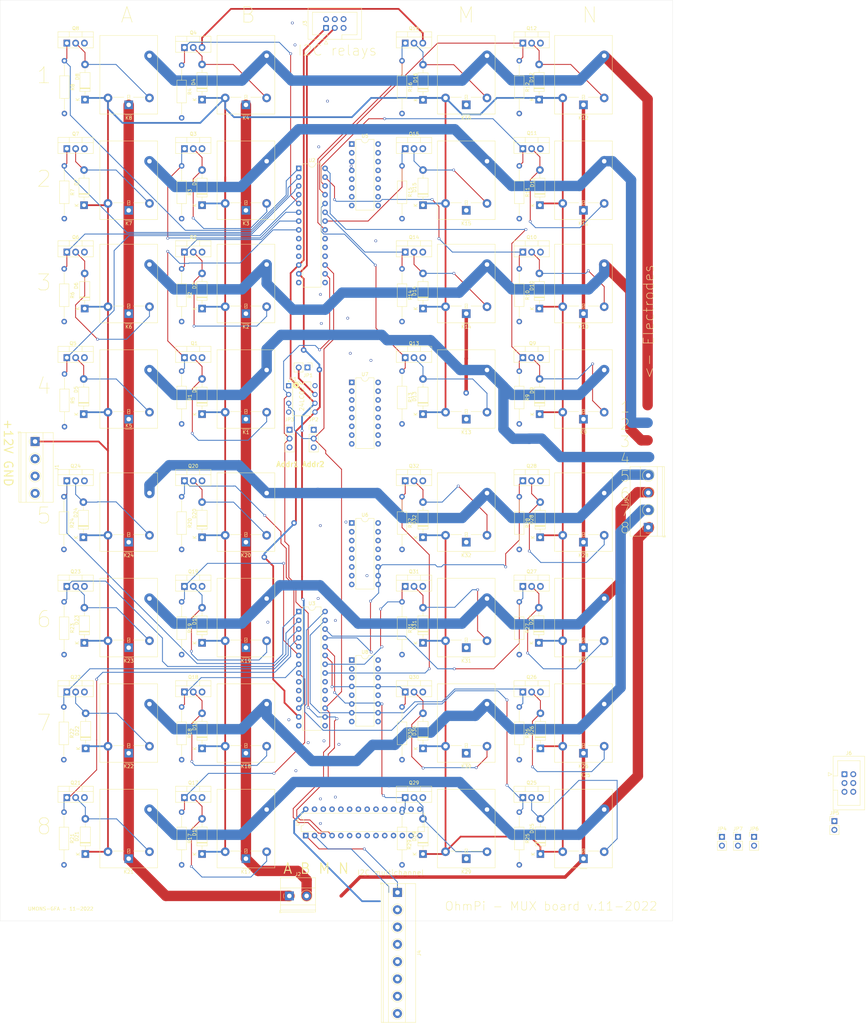
<source format=kicad_pcb>
(kicad_pcb (version 20211014) (generator pcbnew)
  (layers (0 "F.Cu" signal) (31 "B.Cu" signal) (34 "B.Paste" user) (35 "F.Paste" user) (36 "B.SilkS" user "B.Silkscreen") (37 "F.SilkS" user "F.Silkscreen") (38 "B.Mask" user) (39 "F.Mask" user) (44 "Edge.Cuts" user))
  (net 0 "")
  (net 1 "Net-(D1-Pad2)")
  (net 2 "12V")
  (net 3 "Net-(D2-Pad2)")
  (net 4 "Net-(D3-Pad2)")
  (net 5 "Net-(D4-Pad2)")
  (net 6 "Net-(D5-Pad2)")
  (net 7 "Net-(D6-Pad2)")
  (net 8 "Net-(D7-Pad2)")
  (net 9 "Net-(D8-Pad2)")
  (net 10 "Net-(D12-Pad2)")
  (net 11 "Net-(D11-Pad2)")
  (net 12 "Net-(D13-Pad2)")
  (net 13 "Net-(D10-Pad2)")
  (net 14 "Net-(D9-Pad2)")
  (net 15 "Net-(D17-Pad2)")
  (net 16 "Net-(D18-Pad2)")
  (net 17 "Net-(D19-Pad2)")
  (net 18 "Net-(D14-Pad2)")
  (net 19 "Net-(D15-Pad2)")
  (net 20 "Net-(D16-Pad2)")
  (net 21 "GNDD")
  (net 22 "Net-(JP1-Pad2)")
  (net 28 "GND")
  (net 30 "Net-(D20-Pad2)")
  (net 31 "Net-(D21-Pad2)")
  (net 32 "Net-(D22-Pad2)")
  (net 33 "Net-(D23-Pad2)")
  (net 34 "Net-(D24-Pad2)")
  (net 35 "Net-(D25-Pad2)")
  (net 36 "Net-(D26-Pad2)")
  (net 37 "Net-(D27-Pad2)")
  (net 38 "Net-(D28-Pad2)")
  (net 39 "Net-(D29-Pad2)")
  (net 40 "Net-(D30-Pad2)")
  (net 41 "Net-(D31-Pad2)")
  (net 42 "Net-(D32-Pad2)")
  (net 48 "Net-(JP2-Pad2)")
  (net 51 "SCL1")
  (net 53 "SDA_1")
  (net 54 "Net-(JP3-Pad2)")
  (net 56 "SDA_2")
  (net 57 "-5VA")
  (net 58 "GNDA")
  (net 59 "+5VA")
  (net 60 "Role M_E4")
  (net 61 "Role M_E3")
  (net 62 "Role M_E2")
  (net 63 "Role M_E1")
  (net 64 "Role M_E8")
  (net 65 "Role M_E7")
  (net 66 "Role M_E6")
  (net 67 "Role M_E5")
  (net 68 "B_E4")
  (net 69 "B_E3")
  (net 70 "B_E2")
  (net 71 "Role N")
  (net 72 "Role M")
  (net 73 "Role B")
  (net 74 "Role A")
  (net 75 "+5V")
  (net 76 "SCL2")
  (net 77 "Electrode 8")
  (net 78 "Electrode 7")
  (net 79 "Electrode 6")
  (net 80 "Electrode 5")
  (net 81 "Electrode 4")
  (net 82 "Electrode 3")
  (net 83 "Electrode 2")
  (net 84 "Electrode 1")
  (net 85 "Role M4")
  (net 86 "Role M3")
  (net 87 "Role M2")
  (net 88 "Role M1")
  (net 89 "B_E1")
  (net 90 "A_E4")
  (net 91 "A_E3")
  (net 92 "A_E2")
  (net 93 "A_E1")
  (net 94 "N_E4")
  (net 95 "N_E3")
  (net 96 "N_E2")
  (net 97 "N_E1")
  (net 98 "M_E4")
  (net 99 "M_E3")
  (net 100 "M_E2")
  (net 101 "M_E1")
  (net 102 "B_E8")
  (net 103 "B_E7")
  (net 104 "B_E6")
  (net 105 "B_E5")
  (net 106 "A_E8")
  (net 107 "A_E7")
  (net 108 "A_E6")
  (net 109 "A_E5")
  (net 110 "N_E8")
  (net 111 "N_E7")
  (net 112 "N_E6")
  (net 113 "N_E5")
  (net 114 "M_E8")
  (net 115 "M_E7")
  (net 116 "M_E6")
  (net 117 "M_E5")
  (net 118 "S1_MUX1")
  (net 119 "S2_MUX1")
  (net 120 "Enable_MUX1")
  (net 122 "S1_MUX2")
  (net 123 "S2_MUX2")
  (net 124 "Enable_MUX2")
  (net 129 "S1_MUX3")
  (net 130 "S2_MUX3")
  (net 131 "Enable_MUX3")
  (net 133 "S1_MUX4")
  (net 134 "S2_MUX4")
  (net 135 "Enable_MUX4")
  (net 136 "unconnected-(U4-Pad28)")
  (footprint "KIGFA:Relay_SPDT_Omron-G5LE-1-VD" (layer "F.Cu") (at 85.482142 237.72464 180)
    (fp_text reference "K24")
    (fp_text value "G5LE-1-VD")
  )
  (footprint "KIGFA:Relay_SPDT_Omron-G5LE-1-VD" (layer "F.Cu") (at 119.398094 329.2 180)
    (fp_text reference "K17")
    (fp_text value "G5LE-1-VD")
  )
  (footprint "Diode_THT:D_DO-41_SOD81_P10.16mm_Horizontal" (layer "F.Cu") (at 204.165 266.82071 90)
    (fp_text reference "D27")
    (fp_text value "1N_E4007")
  )
  (footprint "Diode_THT:D_DO-41_SOD81_P10.16mm_Horizontal" (layer "F.Cu") (at 204.465 140.307142 90)
    (fp_text reference "D11")
    (fp_text value "1N_E4007")
  )
  (footprint "Resistor_THT:R_Axial_DIN0207_L6.3mm_D2.5mm_P15.24mm_Horizontal" (layer "F.Cu") (at 100.801806 99.831998 -90)
    (fp_text reference "R4")
    (fp_text value "100k")
  )
  (footprint "Connector_PinHeader_2.54mm:PinHeader_1x02_P2.54mm_Vertical" (layer "F.Cu") (at 257.143 322.9)
    (fp_text reference "JP4")
    (fp_text value "Bypass M")
  )
  (footprint "Resistor_THT:R_Axial_DIN0207_L6.3mm_D2.5mm_P15.24mm_Horizontal" (layer "F.Cu") (at 66.846425 128.953857 -90)
    (fp_text reference "R7")
    (fp_text value "100k")
  )
  (footprint "Package_DIP:DIP-16_W7.62mm" (layer "F.Cu") (at 150.028 232.17)
    (fp_text reference "U6")
    (fp_text value "4052")
  )
  (footprint "Diode_THT:D_DO-41_SOD81_P10.16mm_Horizontal" (layer "F.Cu") (at 204.54 236.303568 90)
    (fp_text reference "D28")
    (fp_text value "1N_E4007")
  )
  (footprint "Resistor_THT:R_Axial_DIN0207_L6.3mm_D2.5mm_P15.24mm_Horizontal" (layer "F.Cu") (at 164.573402 315.75 -90)
    (fp_text reference "R29")
    (fp_text value "100k")
  )
  (footprint "Resistor_THT:R_Axial_DIN0207_L6.3mm_D2.5mm_P15.24mm_Horizontal" (layer "F.Cu") (at 66.903995 189.102571 -90)
    (fp_text reference "R5")
    (fp_text value "100k")
  )
  (footprint "Package_TO_SOT_THT:TO-220-3_Vertical" (layer "F.Cu") (at 101.62 281.021142)
    (fp_text reference "Q18")
    (fp_text value "STP16NF06L")
  )
  (footprint "KIGFA:Relay_SPDT_Omron-G5LE-1-VD" (layer "F.Cu") (at 85.482142 202.152855 180)
    (fp_text reference "K5")
    (fp_text value "G5LE-1-VD")
  )
  (footprint "Diode_THT:D_DO-41_SOD81_P10.16mm_Horizontal" (layer "F.Cu") (at 106.70214 109.79 90)
    (fp_text reference "D4")
    (fp_text value "1N_E4007")
  )
  (footprint "Package_TO_SOT_THT:TO-220-3_Vertical" (layer "F.Cu") (at 101.62 250.502285)
    (fp_text reference "Q19")
    (fp_text value "STP16NF06L")
  )
  (footprint "Diode_THT:D_DO-41_SOD81_P10.16mm_Horizontal" (layer "F.Cu") (at 170.637141 266.82071 90)
    (fp_text reference "D31")
    (fp_text value "1N_E4007")
  )
  (footprint "Resistor_THT:R_Axial_DIN0207_L6.3mm_D2.5mm_P15.24mm_Horizontal" (layer "F.Cu") (at 198.5 158.710714 -90)
    (fp_text reference "R10")
    (fp_text value "100k")
  )
  (footprint "Package_TO_SOT_THT:TO-220-3_Vertical" (layer "F.Cu") (at 165.5 281.021142)
    (fp_text reference "Q30")
    (fp_text value "STP16NF06L")
  )
  (footprint "KIGFA:Relay_SPDT_Omron-G5LE-1-VD" (layer "F.Cu") (at 85.482142 141.804285 180)
    (fp_text reference "K7")
    (fp_text value "G5LE-1-VD")
  )
  (footprint "Package_DIP:DIP-28_W7.62mm" (layer "F.Cu") (at 134.685 257.76)
    (fp_text reference "U3")
    (fp_text value "MCP23017_SP")
  )
  (footprint "KIGFA:Relay_SPDT_Omron-G5LE-1-VD" (layer "F.Cu") (at 183.159046 111.3125 180)
    (fp_text reference "K16")
    (fp_text value "G5LE-1-VD")
  )
  (footprint "Connector_PinHeader_2.54mm:PinHeader_1x02_P2.54mm_Vertical" (layer "F.Cu") (at 289.693 318.34)
    (fp_text reference "JP5")
    (fp_text value "Bypass M")
  )
  (footprint "Resistor_THT:R_Axial_DIN0207_L6.3mm_D2.5mm_P15.24mm_Horizontal" (layer "F.Cu") (at 198.5 285.358142 -90)
    (fp_text reference "R26")
    (fp_text value "100k")
  )
  (footprint "Resistor_THT:R_Axial_DIN0207_L6.3mm_D2.5mm_P15.24mm_Horizontal" (layer "F.Cu") (at 66.81764 158.710714 -90)
    (fp_text reference "R6")
    (fp_text value "100k")
  )
  (footprint "Package_TO_SOT_THT:TO-220-3_Vertical" (layer "F.Cu") (at 199.535 281.021142)
    (fp_text reference "Q26")
    (fp_text value "STP16NF06L")
  )
  (footprint "Package_TO_SOT_THT:TO-220-3_Vertical" (layer "F.Cu") (at 101.62 153.865714)
    (fp_text reference "Q2")
    (fp_text value "STP16NF06L")
  )
  (footprint "Resistor_THT:R_Axial_DIN0207_L6.3mm_D2.5mm_P15.24mm_Horizontal" (layer "F.Cu") (at 164.573402 254.966285 -90)
    (fp_text reference "R31")
    (fp_text value "100k")
  )
  (footprint "Package_TO_SOT_THT:TO-220-3_Vertical" (layer "F.Cu") (at 199.535 153.865714)
    (fp_text reference "Q10")
    (fp_text value "STP16NF06L")
  )
  (footprint "Diode_THT:D_DO-41_SOD81_P10.16mm_Horizontal" (layer "F.Cu") (at 170.637141 327.855 90)
    (fp_text reference "D29")
    (fp_text value "1N_E4007")
  )
  (footprint "Diode_THT:D_DO-41_SOD81_P10.16mm_Horizontal" (layer "F.Cu") (at 73.024995 297.337852 90)
    (fp_text reference "D22")
    (fp_text value "1N_E4007")
  )
  (footprint "Resistor_THT:R_Axial_DIN0207_L6.3mm_D2.5mm_P15.24mm_Horizontal" (layer "F.Cu") (at 198.5 315.75 -90)
    (fp_text reference "R25")
    (fp_text value "100k")
  )
  (footprint "KIGFA:Relay_SPDT_Omron-G5LE-1-VD" (layer "F.Cu") (at 183.159046 141.804285 180)
    (fp_text reference "K15")
    (fp_text value "G5LE-1-VD")
  )
  (footprint "Diode_THT:D_DO-41_SOD81_P10.16mm_Horizontal" (layer "F.Cu") (at 72.55357 140.307142 90)
    (fp_text reference "D7")
    (fp_text value "1N_E4007")
  )
  (footprint "Resistor_THT:R_Axial_DIN0207_L6.3mm_D2.5mm_P15.24mm_Horizontal" (layer "F.Cu") (at 198.5 128.953857 -90)
    (fp_text reference "R11")
    (fp_text value "100k")
  )
  (footprint "Diode_THT:D_DO-41_SOD81_P10.16mm_Horizontal" (layer "F.Cu") (at 72.74214 170.189284 90)
    (fp_text reference "D6")
    (fp_text value "1N_E4007")
  )
  (footprint "TerminalBlock_Phoenix:TerminalBlock_Phoenix_MKDS-1,5-4_1x04_P5.00mm_Horizontal" (layer "F.Cu") (at 235.830341 233.44 90)
    (fp_text reference "J5")
    (fp_text value "A B M N")
  )
  (footprint "Resistor_THT:R_Axial_DIN0207_L6.3mm_D2.5mm_P15.24mm_Horizontal" (layer "F.Cu") (at 164.573402 158.710714 -90)
    (fp_text reference "R14")
    (fp_text value "100k")
  )
  (footprint "Package_TO_SOT_THT:TO-220-3_Vertical" (layer "F.Cu") (at 101.62 219.983428)
    (fp_text reference "Q20")
    (fp_text value "STP16NF06L")
  )
  (footprint "Diode_THT:D_DO-41_SOD81_P10.16mm_Horizontal" (layer "F.Cu") (at 170.637141 109.855 90)
    (fp_text reference "D16")
    (fp_text value "1N_E4007")
  )
  (footprint "Package_TO_SOT_THT:TO-220-3_Vertical" (layer "F.Cu") (at 199.535 123.981857)
    (fp_text reference "Q11")
    (fp_text value "STP16NF06L")
  )
  (footprint "KIGFA:Relay_SPDT_Omron-G5LE-1-VD" (layer "F.Cu") (at 85.482142 111.3125 180)
    (fp_text reference "K8")
    (fp_text value "G5LE-1-VD")
  )
  (footprint "KIGFA:Relay_SPDT_Omron-G5LE-1-VD" (layer "F.Cu") (at 119.398094 237.72464 180)
    (fp_text reference "K20")
    (fp_text value "G5LE-1-VD")
  )
  (footprint "Package_TO_SOT_THT:TO-220-3_Vertical" (layer "F.Cu") (at 165.5 153.865714)
    (fp_text reference "Q14")
    (fp_text value "STP16NF06L")
  )
  (footprint "Package_TO_SOT_THT:TO-220-3_Vertical" (layer "F.Cu") (at 165.5 219.983428)
    (fp_text reference "Q32")
    (fp_text value "STP16NF06L")
  )
  (footprint "Diode_THT:D_DO-41_SOD81_P10.16mm_Horizontal" (layer "F.Cu") (at 72.365 236.303568 90)
    (fp_text reference "D24")
    (fp_text value "1N_E4007")
  )
  (footprint "Diode_THT:D_DO-41_SOD81_P10.16mm_Horizontal" (layer "F.Cu") (at 106.70214 200.706426 90)
    (fp_text reference "D1")
    (fp_text value "1N_E4007")
  )
  (footprint "KIGFA:Relay_SPDT_Omron-G5LE-1-VD" (layer "F.Cu") (at 119.398094 268.216425 180)
    (fp_text reference "K19")
    (fp_text value "G5LE-1-VD")
  )
  (footprint "Diode_THT:D_DO-41_SOD81_P10.16mm_Horizontal" (layer "F.Cu") (at 204.315 170.189284 90)
    (fp_text reference "D10")
    (fp_text value "1N_E4007")
  )
  (footprint "KIGFA:Relay_SPDT_Omron-G5LE-1-VD" (layer "F.Cu") (at 119.398094 141.804285 180)
    (fp_text reference "K3")
    (fp_text value "G5LE-1-VD")
  )
  (footprint "TerminalBlock_Phoenix:TerminalBlock_Phoenix_MKDS-1,5-2_1x02_P5.00mm_Horizontal" (layer "F.Cu") (at 131.964341 339.97)
    (fp_text reference "J2")
    (fp_text value "Relays Pwr")
  )
  (footprint "Diode_THT:D_DO-41_SOD81_P10.16mm_Horizontal" (layer "F.Cu") (at 170.637141 170.189284 90)
    (fp_text reference "D14")
    (fp_text value "1N_E4007")
  )
  (footprint "KIGFA:Relay_SPDT_Omron-G5LE-1-VD" (layer "F.Cu") (at 217.075 171.66107 180)
    (fp_text reference "K10")
    (fp_text value "G5LE-1-VD")
  )
  (footprint "Package_DIP:DIP-16_W7.62mm" (layer "F.Cu") (at 150.028 122.632)
    (fp_text reference "U5")
    (fp_text value "4052")
  )
  (footprint "Resistor_THT:R_Axial_DIN0207_L6.3mm_D2.5mm_P15.24mm_Horizontal" (layer "F.Cu") (at 100.801806 158.710714 -90)
    (fp_text reference "R2")
    (fp_text value "100k")
  )
  (footprint "KIGFA:Relay_SPDT_Omron-G5LE-1-VD" (layer "F.Cu") (at 217.075 111.3125 180)
    (fp_text reference "K12")
    (fp_text value "G5LE-1-VD")
  )
  (footprint "KIGFA:Relay_SPDT_Omron-G5LE-1-VD" (layer "F.Cu") (at 119.398094 298.70821 180)
    (fp_text reference "K18")
    (fp_text value "G5LE-1-VD")
  )
  (footprint "Diode_THT:D_DO-41_SOD81_P10.16mm_Horizontal" (layer "F.Cu") (at 106.70214 266.82071 90)
    (fp_text reference "D19")
    (fp_text value "1N_E4007")
  )
  (footprint "KIGFA:Relay_SPDT_Omron-G5LE-1-VD" (layer "F.Cu") (at 119.398094 202.152855 180)
    (fp_text reference "K1")
    (fp_text value "G5LE-1-VD")
  )
  (footprint "Package_TO_SOT_THT:TO-220-3_Vertical" (layer "F.Cu") (at 199.535 311.54)
    (fp_text reference "Q25")
    (fp_text value "STP16NF06L")
  )
  (footprint "Package_TO_SOT_THT:TO-220-3_Vertical" (layer "F.Cu") (at 67.585 311.54)
    (fp_text reference "Q21")
    (fp_text value "STP16NF06L")
  )
  (footprint "Resistor_THT:R_Axial_DIN0207_L6.3mm_D2.5mm_P15.24mm_Horizontal" (layer "F.Cu") (at 100.801806 128.953857 -90)
    (fp_text reference "R3")
    (fp_text value "100k")
  )
  (footprint "Package_DIP:DIP-16_W7.62mm" (layer "F.Cu") (at 150.028 191.53)
    (fp_text reference "U7")
    (fp_text value "4052")
  )
  (footprint "Resistor_THT:R_Axial_DIN0207_L6.3mm_D2.5mm_P15.24mm_Horizontal" (layer "F.Cu") (at 164.573402 285.358142 -90)
    (fp_text reference "R30")
    (fp_text value "100k")
  )
  (footprint "Package_TO_SOT_THT:TO-220-3_Vertical" (layer "F.Cu") (at 67.585 219.983428)
    (fp_text reference "Q24")
    (fp_text value "STP16NF06L")
  )
  (footprint "KIGFA:Relay_SPDT_Omron-G5LE-1-VD" (layer "F.Cu") (at 183.159046 237.72464 180)
    (fp_text reference "K32")
    (fp_text value "G5LE-1-VD")
  )
  (footprint "Resistor_THT:R_Axial_DIN0207_L6.3mm_D2.5mm_P15.24mm_Horizontal" (layer "F.Cu") (at 164.573402 128.953857 -90)
    (fp_text reference "R15")
    (fp_text value "100k")
  )
  (footprint "Diode_THT:D_DO-41_SOD81_P10.16mm_Horizontal" (layer "F.Cu") (at 170.637141 140.307142 90)
    (fp_text reference "D15")
    (fp_text value "1N_E4007")
  )
  (footprint "Resistor_THT:R_Axial_DIN0207_L6.3mm_D2.5mm_P15.24mm_Horizontal" (layer "F.Cu") (at 198.5 224.574428 -90)
    (fp_text reference "R28")
    (fp_text value "100k")
  )
  (footprint "Diode_THT:D_DO-41_SOD81_P10.16mm_Horizontal" (layer "F.Cu") (at 204.39 200.706426 90)
    (fp_text reference "D9")
    (fp_text value "1N_E4007")
  )
  (footprint "Diode_THT:D_DO-41_SOD81_P10.16mm_Horizontal" (layer "F.Cu") (at 204.615 327.855 90)
    (fp_text reference "D25")
    (fp_text value "1N_E4007")
  )
  (footprint "Resistor_THT:R_Axial_DIN0207_L6.3mm_D2.5mm_P15.24mm_Horizontal" (layer "F.Cu") (at 66.788855 254.966285 -90)
    (fp_text reference "R23")
    (fp_text value "100k")
  )
  (footprint "Package_DIP:DIP-16_W7.62mm" (layer "F.Cu") (at 150.028 271.794)
    (fp_text reference "U8")
    (fp_text value "4052")
  )
  (footprint "Resistor_THT:R_Axial_DIN0207_L6.3mm_D2.5mm_P15.24mm_Horizontal" (layer "F.Cu") (at 100.801806 254.966285 -90)
    (fp_text reference "R19")
    (fp_text value "100k")
  )
  (footprint "Diode_THT:D_DO-41_SOD81_P10.16mm_Horizontal" (layer "F.Cu") (at 170.637141 200.706426 90)
    (fp_text reference "D13")
    (fp_text value "1N_E4007")
  )
  (footprint "Diode_THT:D_DO-41_SOD81_P10.16mm_Horizontal" (layer "F.Cu") (at 72.836425 109.79 90)
    (fp_text reference "D8")
    (fp_text value "1N_E4007")
  )
  (footprint "Package_TO_SOT_THT:TO-220-3_Vertical" (layer "F.Cu") (at 199.535 250.502285)
    (fp_text reference "Q27")
    (fp_text value "STP16NF06L")
  )
  (footprint "Resistor_THT:R_Axial_DIN0207_L6.3mm_D2.5mm_P15.24mm_Horizontal" (layer "F.Cu") (at 164.573402 188.28614 -90)
    (fp_text reference "R13")
    (fp_text value "100k")
  )
  (footprint "KIGFA:Relay_SPDT_Omron-G5LE-1-VD" (layer "F.Cu") (at 183.159046 171.66107 180)
    (fp_text reference "K14")
    (fp_text value "G5LE-1-VD")
  )
  (footprint "Diode_THT:D_DO-41_SOD81_P10.16mm_Horizontal" (layer "F.Cu") (at 170.637141 236.303568 90)
    (fp_text reference "D32")
    (fp_text value "1N_E4007")
  )
  (footprint "KIGFA:Relay_SPDT_Omron-G5LE-1-VD" (layer "F.Cu") (at 85.482142 329.2 180)
    (fp_text reference "K21")
    (fp_text value "G5LE-1-VD")
  )
  (footprint "Connector_IDC:IDC-Header_2x03_P2.54mm_Vertical" (layer "F.Cu") (at 142.5725 89.076708 90)
    (fp_text reference "J3")
    (fp_text value "I2C")
  )
  (footprint "TerminalBlock_Phoenix:TerminalBlock_Phoenix_MKDS-1,5-8_1x08_P5.00mm_Horizontal" (layer "F.Cu") (at 163.25 338.975 -90)
    (fp_text reference "J4")
    (fp_text value "Screw_Terminal_01x08")
  )
  (footprint "KIGFA:Relay_SPDT_Omron-G5LE-1-VD" (layer "F.Cu") (at 183.159046 329.2 180)
    (fp_text reference "K29")
    (fp_text value "G5LE-1-VD")
  )
  (footprint "TerminalBlock_Phoenix:TerminalBlock_Phoenix_MKDS-1,5-4_1x04_P5.00mm_Horizontal" (layer "F.Cu") (at 58.387168 208.618708 -90)
    (fp_text reference "J1")
    (fp_text value "A B M N")
  )
  (footprint "Connector_PinHeader_2.54mm:PinHeader_1x02_P2.54mm_Vertical" (layer "F.Cu") (at 266.443 322.9)
    (fp_text reference "JP6")
    (fp_text value "Bypass M")
  )
  (footprint "KIGFA:Relay_SPDT_Omron-G5LE-1-VD" (layer "F.Cu") (at 217.075 268.216425 180)
    (fp_text reference "K27")
    (fp_text value "G5LE-1-VD")
  )
  (footprint "Connector_PinHeader_2.54mm:PinHeader_1x03_P2.54mm_Vertical" (layer "F.Cu") (at 132.025 205.23)
    (fp_text reference "JP3")
    (fp_text value "Addr 1")
  )
  (footprint "Package_TO_SOT_THT:TO-220-3_Vertical" (layer "F.Cu") (at 67.585 250.502285)
    (fp_text reference "Q23")
    (fp_text value "STP16NF06L")
  )
  (footprint "Package_TO_SOT_THT:TO-220-3_Vertical" (layer "F.Cu") (at 165.5 250.502285)
    (fp_text reference "Q31")
    (fp_text value "STP16NF06L")
  )
  (footprint "Resistor_THT:R_Axial_DIN0207_L6.3mm_D2.5mm_P15.24mm_Horizontal" (layer "F.Cu") (at 164.573402 98.561998 -90)
    (fp_text reference "R16")
    (fp_text value "100k")
  )
  (footprint "Package_TO_SOT_THT:TO-220-3_Vertical" (layer "F.Cu") (at 101.62 123.981857)
    (fp_text reference "Q3")
    (fp_text value "STP16NF06L")
  )
  (footprint "24LC02B:Microchip-24LC02B_P-0" (layer "F.Cu") (at 135.58 196.2975)
    (fp_text reference "U1")
    (fp_text value "24LC02")
  )
  (footprint "Package_TO_SOT_THT:TO-220-3_Vertical" (layer "F.Cu") (at 165.5 93.463)
    (fp_text reference "Q16")
    (fp_text value "STP16NF06L")
  )
  (footprint "Resistor_THT:R_Axial_DIN0207_L6.3mm_D2.5mm_P15.24mm_Horizontal" (layer "F.Cu") (at 66.7025 285.358142 -90)
    (fp_text reference "R22")
    (fp_text value "100k")
  )
  (footprint "Resistor_THT:R_Axial_DIN0207_L6.3mm_D2.5mm_P15.24mm_Horizontal" (layer "F.Cu") (at 198.5 254.966285 -90)
    (fp_text reference "R27")
    (fp_text value "100k")
  )
  (footprint "KIGFA:Relay_SPDT_Omron-G5LE-1-VD" (layer "F.Cu") (at 217.075 141.804285 180)
    (fp_text reference "K11")
    (fp_text value "G5LE-1-VD")
  )
  (footprint "Diode_THT:D_DO-41_SOD81_P10.16mm_Horizontal" (layer "F.Cu") (at 106.70214 297.337852 90)
    (fp_text reference "D18")
    (fp_text value "1N_E4007")
  )
  (footprint "KIGFA:Relay_SPDT_Omron-G5LE-1-VD" (layer "F.Cu") (at 183.159046 268.216425 180)
    (fp_text reference "K31")
    (fp_text value "G5LE-1-VD")
  )
  (footprint "Connector_PinHeader_2.54mm:PinHeader_1x02_P2.54mm_Vertical" (layer "F.Cu") (at 261.793 322.9)
    (fp_text reference "JP7")
    (fp_text value "Bypass M")
  )
  (footprint "Diode_THT:D_DO-41_SOD81_P10.16mm_Horizontal" (layer "F.Cu") (at 72.459285 200.706426 90)
    (fp_text reference "D5")
    (fp_text value "1N_E4007")
  )
  (footprint "Resistor_THT:R_Axial_DIN0207_L6.3mm_D2.5mm_P15.24mm_Horizontal" (layer "F.Cu") (at 100.801806 285.358142 -90)
    (fp_text reference "R18")
    (fp_text value "100k")
  )
  (footprint "KIGFA:Relay_SPDT_Omron-G5LE-1-VD" (layer "F.Cu") (at 183.159046 298.70821 180)
    (fp_text reference "K30")
    (fp_text value "G5LE-1-VD")
  )
  (footprint "Diode_THT:D_DO-41_SOD81_P10.16mm_Horizontal" (layer "F.Cu") (at 72.647855 266.82071 90)
    (fp_text reference "D23")
    (fp_text value "1N_E4007")
  )
  (footprint "Package_TO_SOT_THT:TO-220-3_Vertical" (layer "F.Cu") (at 67.585 281.021142)
    (fp_text reference "Q22")
    (fp_text value "STP16NF06L")
  )
  (footprint "Diode_THT:D_DO-41_SOD81_P10.16mm_Horizontal" (layer "F.Cu") (at 204.24 109.79 90)
    (fp_text reference "D12")
    (fp_text value "1N_E4007")
  )
  (footprint "Package_TO_SOT_THT:TO-220-3_Vertical" (layer "F.Cu") (at 67.585 184.384571)
    (fp_text reference "Q5")
    (fp_text value "STP16NF06L")
  )
  (footprint "Connector_PinHeader_2.54mm:PinHeader_1x02_P2.54mm_Vertical" (layer "F.Cu") (at 137.215 187.22 -90)
    (fp_text reference "JP1")
    (fp_text value "Write_Control" hide)
  )
  (footprint "Package_TO_SOT_THT:TO-220-3_Vertical" (layer "F.Cu") (at 101.62 184.384571)
    (fp_text reference "Q1")
    (fp_text value "STP16NF06L")
  )
  (footprint "Package_TO_SOT_THT:TO-220-3_Vertical" (layer "F.Cu") (at 165.5 184.384571)
    (fp_text reference "Q13")
    (fp_text value "STP16NF06L")
  )
  (footprint "Resistor_THT:R_Axial_DIN0207_L6.3mm_D2.5mm_P15.24mm_Horizontal" (layer "F.Cu") (at 66.76007 315.75 -90)
    (fp_text reference "R21")
    (fp_text value "100k")
  )
  (footprint "Connector_PinHeader_2.54mm:PinHeader_1x03_P2.54mm_Vertical" (layer "F.Cu") (at 139.01 205.23)
    (fp_text reference "JP2")
    (fp_text value "Addr 2")
  )
  (footprint "Package_TO_SOT_THT:TO-220-3_Vertical" (layer "F.Cu") (at 101.62 94.733)
    (fp_text reference "Q4")
    (fp_text value "STP16NF06L")
  )
  (footprint "Resistor_THT:R_Axial_DIN0207_L6.3mm_D2.5mm_P15.24mm_Horizontal" (layer "F.Cu") (at 164.573402 224.574428 -90)
    (fp_text reference "R32")
    (fp_text value "100k")
  )
  (footprint "Package_DIP:DIP-28_W7.62mm" (layer "F.Cu") (at 136.71 322.53 90)
    (fp_text reference "U4")
    (fp_text value "MCP23017_SP")
  )
  (footprint "KIGFA:Relay_SPDT_Omron-G5LE-1-VD" (layer "F.Cu") (at 119.398094 111.3125 180)
    (fp_text reference "K4")
    (fp_text value "G5LE-1-VD")
  )
  (footprint "Package_TO_SOT_THT:TO-220-3_Vertical" (layer "F.Cu") (at 67.585 123.981857)
    (fp_text reference "Q7")
    (fp_text value "STP16NF06L")
  )
  (footprint "Diode_THT:D_DO-41_SOD81_P10.16mm_Horizontal" (layer "F.Cu") (at 72.93071 327.855 90)
    (fp_text reference "D21")
    (fp_text value "1N_E4007")
  )
  (footprint "Resistor_THT:R_Axial_DIN0207_L6.3mm_D2.5mm_P15.24mm_Horizontal" (layer "F.Cu") (at 198.5 188.28614 -90)
    (fp_text reference "R9")
    (fp_text value "100k")
  )
  (footprint "Resistor_THT:R_Axial_DIN0207_L6.3mm_D2.5mm_P15.24mm_Horizontal" (layer "F.Cu") (at 66.87521 98.561998 -90)
    (fp_text reference "R8")
    (fp_text value "100k")
  )
  (footprint "Diode_THT:D_DO-41_SOD81_P10.16mm_Horizontal" (layer "F.Cu") (at 170.637141 297.337852 90)
    (fp_text reference "D30")
    (fp_text value "1N_E4007")
  )
  (footprint "Package_TO_SOT_THT:TO-220-3_Vertical" (layer "F.Cu") (at 199.535 219.983428)
    (fp_text reference "Q28")
    (fp_text value "STP16NF06L")
  )
  (footprint "Package_TO_SOT_THT:TO-220-3_Vertical" (layer "F.Cu") (at 101.62 311.54)
    (fp_text reference "Q17")
    (fp_text value "STP16NF06L")
  )
  (footprint "KIGFA:Relay_SPDT_Omron-G5LE-1-VD" (layer "F.Cu") (at 217.075 202.152855 180)
    (fp_text reference "K9")
    (fp_text value "G5LE-1-VD")
  )
  (footprint "KIGFA:Relay_SPDT_Omron-G5LE-1-VD" (layer "F.Cu") (at 217.075 329.2 180)
    (fp_text reference "K25")
    (fp_text value "G5LE-1-VD")
  )
  (footprint "Diode_THT:D_DO-41_SOD81_P10.16mm_Horizontal" (layer "F.Cu") (at 106.70214 140.307142 90)
    (fp_text reference "D3")
    (fp_text value "1N_E4007")
  )
  (footprint "Package_TO_SOT_THT:TO-220-3_Vertical" (layer "F.Cu") (at 67.585 93.463)
    (fp_text reference "Q8")
    (fp_text value "STP16NF06L")
  )
  (footprint "Diode_THT:D_DO-41_SOD81_P10.16mm_Horizontal" (layer "F.Cu") (at 106.70214 170.189284 90)
    (fp_text reference "D2")
    (fp_text value "1N_E4007")
  )
  (footprint "KIGFA:Relay_SPDT_Omron-G5LE-1-VD" (layer "F.Cu") (at 119.398094 171.66107 180)
    (fp_text reference "K2")
    (fp_text value "G5LE-1-VD")
  )
  (footprint "KIGFA:Relay_SPDT_Omron-G5LE-1-VD" (layer "F.Cu") (at 85.482142 171.66107 180)
    (fp_text reference "K6")
    (fp_text value "G5LE-1-VD")
  )
  (footprint "Package_TO_SOT_THT:TO-220-3_Vertical" (layer "F.Cu") (at 67.585 153.865714)
    (fp_text reference "Q6")
    (fp_text value "STP16NF06L")
  )
  (footprint "Package_TO_SOT_THT:TO-220-3_Vertical" (layer "F.Cu") (at 165.5 123.981857)
    (fp_text reference "Q15")
    (fp_text value "STP16NF06L")
  )
  (footprint "Diode_THT:D_DO-41_SOD81_P10.16mm_Horizontal" (layer "F.Cu") (at 106.70214 327.855 90)
    (fp_text reference "D17")
    (fp_text value "1N_E4007")
  )
  (footprint "KIGFA:Relay_SPDT_Omron-G5LE-1-VD" (layer "F.Cu") (at 85.482142 298.70821 180)
    (fp_text reference "K22")
    (fp_text value "G5LE-1-VD")
  )
  (footprint "KIGFA:Relay_SPDT_Omron-G5LE-1-VD" (layer "F.Cu") (at 217.075 298.70821 180)
    (fp_text reference "K26")
    (fp_text value "G5LE-1-VD")
  )
  (footprint "Resistor_THT:R_Axial_DIN0207_L6.3mm_D2.5mm_P15.24mm_Horizontal" (layer "F.Cu") (at 66.731285 224.574428 -90)
    (fp_text reference "R24")
    (fp_text value "100k")
  )
  (footprint "KIGFA:Relay_SPDT_Omron-G5LE-1-VD" (layer "F.Cu") (at 85.482142 268.216425 180)
    (fp_text reference "K23")
    (fp_text value "G5LE-1-VD")
  )
  (footprint "Package_TO_SOT_THT:TO-220-3_Vertical" (layer "F.Cu") (at 199.535 184.384571)
    (fp_text reference "Q9")
    (fp_text value "STP16NF06L")
  )
  (footprint "Package_TO_SOT_THT:TO-220-3_Vertical" (layer "F.Cu") (at 165.5 311.54)
    (fp_text reference "Q29")
    (fp_text value "STP16NF06L")
  )
  (footprint "Resistor_THT:R_Axial_DIN0207_L6.3mm_D2.5mm_P15.24mm_Horizontal" (layer "F.Cu") (at 100.801806 188.28614 -90)
    (fp_text reference "R1")
    (fp_text value "100k")
  )
  (footprint "KIGFA:Relay_SPDT_Omron-G5LE-1-VD" (layer "F.Cu") (at 183.159046 202.152855 180)
    (fp_text reference "K13")
    (fp_text value "G5LE-1-VD")
  )
  (footprint "Resistor_THT:R_Axial_DIN0207_L6.3mm_D2.5mm_P15.24mm_Horizontal" (layer "F.Cu") (at 198.5 98.561998 -90)
    (fp_text reference "R12")
    (fp_text value "100k")
  )
  (footprint "Package_TO_SOT_THT:TO-220-3_Vertical" (layer "F.Cu") (at 199.535 93.463)
    (fp_text reference "Q12")
    (fp_text value "STP16NF06L")
  )
  (footprint "Diode_THT:D_DO-41_SOD81_P10.16mm_Horizontal" (layer "F.Cu") (at 106.70214 236.303568 90)
    (fp_text reference "D20")
    (fp_text value "1N_E4007")
  )
  (footprint "KIGFA:Relay_SPDT_Omron-G5LE-1-VD" (layer "F.Cu") (at 217.075 237.72464 180)
    (fp_text reference "K28")
    (fp_text value "G5LE-1-VD")
  )
  (footprint "Diode_THT:D_DO-41_SOD81_P10.16mm_Horizontal" (layer "F.Cu") (at 204.615 297.337852 90)
    (fp_text reference "D26")
    (fp_text value "1N_E4007")
  )
  (footprint "Resistor_THT:R_Axial_DIN0207_L6.3mm_D2.5mm_P15.24mm_Horizontal" (layer "F.Cu") (at 100.801806 315.75 -90)
    (fp_text reference "R17")
    (fp_text value "100k")
  )
  (footprint "Resistor_THT:R_Axial_DIN0207_L6.3mm_D2.5mm_P15.24mm_Horizontal" (layer "F.Cu") (at 100.801806 224.574428 -90)
    (fp_text reference "R20")
    (fp_text value "100k")
  )
  (footprint "Connector_IDC:IDC-Header_2x03_P2.54mm_Vertical" (layer "F.Cu") (at 292.608 304.8)
    (fp_text reference "J6")
    (fp_text value "I2C")
  )
  (footprint "Package_DIP:DIP-28_W7.62mm" (layer "F.Cu") (at 134.685 129.665)
    (fp_text reference "U2")
    (fp_text value "MCP23017_SP")
  )
  (gr_rect (start 242.824 347.218) (end 48.26 81.026) (layer "Edge.Cuts") (width 0.05) (fill none))
  (gr_text "I2C relays" (at 145.851 95.568) (layer "F.SilkS") (effects (font (size 3 3))))
  (gr_text "Addr1 Addr2" (at 135.145 215.21) (layer "F.SilkS") (effects (font (size 1.5 1.5) (thickness 0.3))))
  (gr_text "OhmPi - MUX board v.11-2022" (at 207.703 342.935) (layer "F.SilkS") (effects (font (size 2.5 2.5))))
  (gr_text "I2C multichannel" (at 161.29 333.248) (layer "F.SilkS") (effects (font (size 1.5 1.5))))
  (gr_text "+12V GND" (at 50.625168 211.904708 270) (layer "F.SilkS") (effects (font (size 2.5 2.5) (thickness 0.3))))
  (gr_text "1\n2\n3\n4\n5\n6\n7\n8" (at 229.108 216.154) (layer "F.SilkS") (effects (font (size 3.1 3.1))))
  (gr_text "<- Electrodes" (at 235.966 173.99 90) (layer "F.SilkS") (effects (font (size 3 3))))
  (gr_text "A B M N" (at 139.718341 332.052) (layer "F.SilkS") (effects (font (size 3 3) (thickness 0.3))))
  (gr_text "1\n\n\n\n2\n\n\n\n3\n\n\n\n4\n\n\n\n\n5\n\n\n\n6\n\n\n\n7\n\n\n\n8" (at 60.96 211.328) (layer "F.SilkS") (effects (font (size 4.65 4.65))))
  (gr_text "A         B                 M         N" (at 152.146 85.344) (layer "F.SilkS") (effects (font (size 4.5 4.5))))
  (gr_text "UMONS-GFA - 11-2022" (at 65.795 343.689) (layer "F.SilkS") (effects (font (size 1 1))))
  (segment (start 103.886 206.248) (end 103.886 193.362566) (width 0.25) (layer "F.Cu") (net 1))
  (segment (start 106.70214 190.546426) (end 106.70214 186.926711) (width 0.25) (layer "F.Cu") (net 1))
  (segment (start 106.70214 186.926711) (end 104.16 184.384571) (width 0.25) (layer "F.Cu") (net 1))
  (segment (start 103.886 193.362566) (end 106.70214 190.546426) (width 0.25) (layer "F.Cu") (net 1))
  (via (at 103.886 206.248) (size 0.8) (drill 0.5) (layers "F.Cu" "B.Cu") (net 1))
  (segment (start 103.886 206.502) (end 103.886 206.248) (width 0.25) (layer "B.Cu") (net 1))
  (segment (start 125.398094 200.152855) (end 125.398094 202.901877) (width 0.25) (layer "B.Cu") (net 1))
  (segment (start 125.398094 202.901877) (end 120.019971 208.28) (width 0.25) (layer "B.Cu") (net 1))
  (segment (start 105.664 208.28) (end 103.886 206.502) (width 0.25) (layer "B.Cu") (net 1))
  (segment (start 120.019971 208.28) (end 105.664 208.28) (width 0.25) (layer "B.Cu") (net 1))
  (segment (start 211.075 169.66107) (end 204.843214 169.66107) (width 0.5) (layer "F.Cu") (net 2))
  (segment (start 211.075 139.804285) (end 204.967857 139.804285) (width 0.5) (layer "F.Cu") (net 2))
  (segment (start 177.159046 327.2) (end 181.525046 322.834) (width 0.5) (layer "F.Cu") (net 2))
  (segment (start 177.159046 169.66107) (end 177.159046 200.152855) (width 0.5) (layer "F.Cu") (net 2))
  (segment (start 76.792708 208.618708) (end 79.482142 211.308142) (width 0.5) (layer "F.Cu") (net 2))
  (segment (start 205.118928 235.72464) (end 204.54 236.303568) (width 0.5) (layer "F.Cu") (net 2))
  (segment (start 211.075 327.2) (end 205.27 327.2) (width 0.5) (layer "F.Cu") (net 2))
  (segment (start 211.075 235.72464) (end 211.075 200.152855) (width 0.5) (layer "F.Cu") (net 2))
  (segment (start 205.244642 296.70821) (end 204.615 297.337852) (width 0.5) (layer "F.Cu") (net 2))
  (segment (start 211.075 296.70821) (end 211.075 235.72464) (width 0.5) (layer "F.Cu") (net 2))
  (segment (start 113.398094 109.3125) (end 113.398094 139.804285) (width 0.5) (layer "F.Cu") (net 2))
  (segment (start 177.159046 139.804285) (end 177.159046 169.66107) (width 0.5) (layer "F.Cu") (net 2))
  (segment (start 201.676 322.834) (end 204.615 325.773) (width 0.5) (layer "F.Cu") (net 2))
  (segment (start 79.482142 327.2) (end 73.58571 327.2) (width 0.5) (layer "F.Cu") (net 2))
  (segment (start 176.504046 327.855) (end 177.159046 327.2) (width 0.5) (layer "F.Cu") (net 2))
  (segment (start 72.55357 140.307142) (end 78.979285 140.307142) (width 0.5) (layer "F.Cu") (net 2))
  (segment (start 204.39 200.706426) (end 204.943571 200.152855) (width 0.5) (layer "F.Cu") (net 2))
  (segment (start 211.075 296.70821) (end 205.244642 296.70821) (width 0.5) (layer "F.Cu") (net 2))
  (segment (start 205.27 327.2) (end 204.615 327.855) (width 0.5) (layer "F.Cu") (net 2))
  (segment (start 177.159046 296.70821) (end 177.159046 235.579046) (width 0.5) (layer "F.Cu") (net 2))
  (segment (start 177.159046 109.3125) (end 177.159046 139.804285) (width 0.5) (layer "F.Cu") (net 2))
  (segment (start 79.482142 209.061858) (end 79.482142 169.66107) (width 0.5) (layer "F.Cu") (net 2))
  (segment (start 204.967857 139.804285) (end 204.465 140.307142) (width 0.5) (layer "F.Cu") (net 2))
  (segment (start 76.792708 208.618708) (end 58.387168 208.618708) (width 0.5) (layer "F.Cu") (net 2))
  (segment (start 79.482142 296.70821) (end 79.482142 211.308142) (width 0.5) (layer "F.Cu") (net 2))
  (segment (start 181.525046 322.834) (end 201.676 322.834) (width 0.5) (layer "F.Cu") (net 2))
  (segment (start 211.075 235.72464) (end 205.118928 235.72464) (width 0.5) (layer "F.Cu") (net 2))
  (segment (start 204.615 325.773) (end 204.615 327.855) (width 0.5) (layer "F.Cu") (net 2))
  (segment (start 79.482142 327.2) (end 79.482142 296.70821) (width 0.5) (layer "F.Cu") (net 2))
  (segment (start 79.482142 169.66107) (end 79.482142 109.3125) (width 0.5) (layer "F.Cu") (net 2))
  (segment (start 177.159046 296.70821) (end 177.159046 327.2) (width 0.5) (layer "F.Cu") (net 2))
  (segment (start 113.398094 132.184285) (end 113.398094 327.2) (width 0.5) (layer "F.Cu") (net 2))
  (segment (start 211.075 200.152855) (end 204.943571 200.152855) (width 0.5) (layer "F.Cu") (net 2))
  (segment (start 170.637141 327.855) (end 176.504046 327.855) (width 0.5) (layer "F.Cu") (net 2))
  (segment (start 211.075 296.70821) (end 211.075 327.2) (width 0.5) (layer "F.Cu") (net 2))
  (segment (start 73.58571 327.2) (end 72.93071 327.855) (width 0.5) (layer "F.Cu") (net 2))
  (segment (start 79.482142 211.308142) (end 79.482142 209.061858) (width 0.5) (layer "F.Cu") (net 2))
  (segment (start 204.843214 169.66107) (end 204.315 170.189284) (width 0.5) (layer "F.Cu") (net 2))
  (segment (start 211.075 200.152855) (end 211.075 109.3125) (width 0.5) (layer "F.Cu") (net 2))
  (segment (start 73.654637 296.70821) (end 73.024995 297.337852) (width 0.5) (layer "B.Cu") (net 2))
  (segment (start 79.482142 266.216425) (end 73.25214 266.216425) (width 0.5) (layer "B.Cu") (net 2))
  (segment (start 107.204997 139.804285) (end 106.70214 140.307142) (width 0.5) (layer "B.Cu") (net 2))
  (segment (start 113.398094 139.804285) (end 107.204997 139.804285) (width 0.5) (layer "B.Cu") (net 2))
  (segment (start 171.241426 266.216425) (end 170.637141 266.82071) (width 0.5) (layer "B.Cu") (net 2))
  (segment (start 107.281068 235.72464) (end 106.70214 236.303568) (width 0.5) (layer "B.Cu") (net 2))
  (segment (start 113.398094 266.216425) (end 107.306425 266.216425) (width 0.5) (layer "B.Cu") (net 2))
  (segment (start 79.482142 169.66107) (end 73.270354 169.66107) (width 0.5) (layer "B.Cu") (net 2))
  (segment (start 79.482142 235.72464) (end 72.943928 235.72464) (width 0.5) (layer "B.Cu") (net 2))
  (segment (start 107.306425 266.216425) (end 106.70214 266.82071) (width 0.5) (layer "B.Cu") (net 2))
  (segment (start 79.482142 200.152855) (end 73.012856 200.152855) (width 0.5) (layer "B.Cu") (net 2))
  (segment (start 171.266783 296.70821) (end 170.637141 297.337852) (width 0.5) (layer "B.Cu") (net 2))
  (segment (start 113.398094 200.152855) (end 107.255711 200.152855) (width 0.5) (layer "B.Cu") (net 2))
  (segment (start 107.230354 169.66107) (end 106.70214 170.189284) (width 0.5) (layer "B.Cu") (net 2))
  (segment (start 155.617632 109.3125) (end 177.159046 109.3125) (width 0.5) (layer "B.Cu") (net 2))
  (segment (start 72.943928 235.72464) (end 72.365 236.303568) (width 0.5) (layer "B.Cu") (net 2))
  (segment (start 73.25214 266.216425) (end 72.647855 266.82071) (width 0.5) (layer "B.Cu") (net 2))
  (segment (start 73.313925 109.3125) (end 72.836425 109.79) (width 0.5) (layer "B.Cu") (net 2))
  (segment (start 204.7175 109.3125) (end 204.24 109.79) (width 0.5) (layer "B.Cu") (net 2))
  (segment (start 79.482142 112.311522) (end 83.692129 116.521509) (width 0.5) (layer "B.Cu") (net 2))
  (segment (start 171.139998 139.804285) (end 170.637141 140.307142) (width 0.5) (layer "B.Cu") (net 2))
  (segment (start 113.398094 169.66107) (end 107.230354 169.66107) (width 0.5) (layer "B.Cu") (net 2))
  (segment (start 171.165355 169.66107) (end 170.637141 170.189284) (width 0.5) (layer "B.Cu") (net 2))
  (segment (start 113.398094 109.3125) (end 113.398094 112.311522) (width 0.5) (layer "B.Cu") (net 2))
  (segment (start 107.35714 327.2) (end 106.70214 327.855) (width 0.5) (layer "B.Cu") (net 2))
  (segment (start 171.190712 200.152855) (end 170.637141 200.706426) (width 0.5) (layer "B.Cu") (net 2))
  (segment (start 107.2225 109.3125) (end 106.68 109.855) (width 0.5) (layer "B.Cu") (net 2))
  (segment (start 79.482142 109.3125) (end 79.482142 112.311522) (width 0.5) (layer "B.Cu") (net 2))
  (segment (start 73.012856 200.152855) (end 72.459285 200.706426) (width 0.5) (layer "B.Cu") (net 2))
  (segment (start 177.159046 109.3125) (end 171.179641 109.3125) (width 0.5) (layer "B.Cu") (net 2))
  (segment (start 106.189085 116.521509) (end 113.398094 109.3125) (width 0.5) (layer "B.Cu") (net 2))
  (segment (start 177.159046 296.70821) (end 171.266783 296.70821) (width 0.5) (layer "B.Cu") (net 2))
  (segment (start 115.954349 114.867777) (end 150.062355 114.867777) (width 0.5) (layer "B.Cu") (net 2))
  (segment (start 177.159046 109.3125) (end 181.892546 114.046) (width 0.5) (layer "B.Cu") (net 2))
  (segment (start 107.255711 200.152855) (end 106.70214 200.706426) (width 0.5) (layer "B.Cu") (net 2))
  (segment (start 204.769285 266.216425) (end 204.165 266.82071) (width 0.5) (layer "B.Cu") (net 2))
  (segment (start 211.075 109.3125) (end 204.7175 109.3125) (width 0.5) (layer "B.Cu") (net 2))
  (segment (start 113.398094 112.311522) (end 115.954349 114.867777) (width 0.5) (layer "B.Cu") (net 2))
  (segment (start 177.159046 139.804285) (end 171.139998 139.804285) (width 0.5) (layer "B.Cu") (net 2))
  (segment (start 191.985804 109.3125) (end 211.075 109.3125) (width 0.5) (layer "B.Cu") (net 2))
  (segment (start 177.159046 169.66107) (end 171.165355 169.66107) (width 0.5) (layer "B.Cu") (net 2))
  (segment (start 171.216069 235.72464) (end 170.637141 236.303568) (width 0.5) (layer "B.Cu") (net 2))
  (segment (start 177.159046 235.72464) (end 171.216069 235.72464) (width 0.5) (layer "B.Cu") (net 2))
  (segment (start 79.482142 109.3125) (end 73.313925 109.3125) (width 0.5) (layer "B.Cu") (net 2))
  (segment (start 171.179641 109.3125) (end 170.637141 109.855) (width 0.5) (layer "B.Cu") (net 2))
  (segment (start 107.331782 296.70821) (end 106.70214 297.337852) (width 0.5) (layer "B.Cu") (net 2))
  (segment (start 79.482142 296.70821) (end 73.654637 296.70821) (width 0.5) (layer "B.Cu") (net 2))
  (segment (start 113.398094 235.72464) (end 107.281068 235.72464) (width 0.5) (layer "B.Cu") (net 2))
  (segment (start 150.062355 114.867777) (end 155.617632 109.3125) (width 0.5) (layer "B.Cu") (net 2))
  (segment (start 113.398094 327.2) (end 107.35714 327.2) (width 0.5) (layer "B.Cu") (net 2))
  (segment (start 113.398094 109.3125) (end 107.2225 109.3125) (width 0.5) (layer "B.Cu") (net 2))
  (segment (start 113.398094 296.70821) (end 107.331782 296.70821) (width 0.5) (layer "B.Cu") (net 2))
  (segment (start 181.892546 114.046) (end 187.252304 114.046) (width 0.5) (layer "B.Cu") (net 2))
  (segment (start 187.252304 114.046) (end 191.985804 109.3125) (width 0.5) (layer "B.Cu") (net 2))
  (segment (start 177.159046 266.216425) (end 171.241426 266.216425) (width 0.5) (layer "B.Cu") (net 2))
  (segment (start 211.075 266.216425) (end 204.769285 266.216425) (width 0.5) (layer "B.Cu") (net 2))
  (segment (start 73.270354 169.66107) (end 72.74214 170.189284) (width 0.5) (layer "B.Cu") (net 2))
  (segment (start 83.692129 116.521509) (end 106.189085 116.521509) (width 0.5) (layer "B.Cu") (net 2))
  (segment (start 177.159046 200.152855) (end 171.190712 200.152855) (width 0.5) (layer "B.Cu") (net 2))
  (segment (start 104.394 162.337424) (end 106.70214 160.029284) (width 0.25) (layer "F.Cu") (net 3))
  (segment (start 104.394 175.26) (end 104.394 162.337424) (width 0.25) (layer "F.Cu") (net 3))
  (segment (start 106.70214 156.407854) (end 104.16 153.865714) (width 0.25) (layer "F.Cu") (net 3))
  (segment (start 106.70214 160.029284) (end 106.70214 156.407854) (width 0.25) (layer "F.Cu") (net 3))
  (via (at 104.394 175.26) (size 0.8) (drill 0.5) (layers "F.Cu" "B.Cu") (net 3))
  (segment (start 125.398094 169.66107) (end 125.398094 172.410092) (width 0.25) (layer "B.Cu") (net 3))
  (segment (start 125.398094 172.410092) (end 122.548186 175.26) (width 0.25) (layer "B.Cu") (net 3))
  (segment (start 122.548186 175.26) (end 104.394 175.26) (width 0.25) (layer "B.Cu") (net 3))
  (segment (start 106.70214 130.147142) (end 106.70214 126.523997) (width 0.25) (layer "F.Cu") (net 4))
  (segment (start 106.70214 126.523997) (end 104.16 123.981857) (width 0.25) (layer "F.Cu") (net 4))
  (segment (start 104.14 144.018) (end 104.14 132.709282) (width 0.25) (layer "F.Cu") (net 4))
  (segment (start 104.14 132.709282) (end 106.70214 130.147142) (width 0.25) (layer "F.Cu") (net 4))
  (via (at 104.14 144.018) (size 0.8) (drill 0.5) (layers "F.Cu" "B.Cu") (net 4))
  (segment (start 116.332 147.066) (end 107.188 147.066) (width 0.25) (layer "B.Cu") (net 4))
  (segment (start 125.398094 141.809906) (end 125.476 141.887812) (width 0.25) (layer "B.Cu") (net 4))
  (segment (start 125.398094 139.804285) (end 125.398094 141.809906) (width 0.25) (layer "B.Cu") (net 4))
  (segment (start 125.476 142.24) (end 120.65 147.066) (width 0.25) (layer "B.Cu") (net 4))
  (segment (start 125.476 141.887812) (end 125.476 142.24) (width 0.25) (layer "B.Cu") (net 4))
  (segment (start 120.65 147.066) (end 116.332 147.066) (width 0.25) (layer "B.Cu") (net 4))
  (segment (start 107.188 147.066) (end 104.14 144.018) (width 0.25) (layer "B.Cu") (net 4))
  (segment (start 106.70214 99.63) (end 115.715594 99.63) (width 0.25) (layer "F.Cu") (net 5))
  (segment (start 115.715594 99.63) (end 125.398094 109.3125) (width 0.25) (layer "F.Cu") (net 5))
  (segment (start 106.70214 99.63) (end 106.70214 97.27514) (width 0.25) (layer "F.Cu") (net 5))
  (segment (start 106.70214 97.27514) (end 104.16 94.733) (width 0.25) (layer "F.Cu") (net 5))
  (segment (start 72.459285 190.546426) (end 72.459285 186.718856) (width 0.25) (layer "F.Cu") (net 6))
  (segment (start 72.459285 186.718856) (end 70.125 184.384571) (width 0.25) (layer "F.Cu") (net 6))
  (segment (start 91.482142 200.152855) (end 81.875713 190.546426) (width 0.25) (layer "B.Cu") (net 6))
  (segment (start 81.875713 190.546426) (end 72.459285 190.546426) (width 0.25) (layer "B.Cu") (net 6))
  (segment (start 70.104 172.72) (end 70.104 169.164) (width 0.25) (layer "F.Cu") (net 7))
  (segment (start 72.74214 156.482854) (end 70.125 153.865714) (width 0.25) (layer "F.Cu") (net 7))
  (segment (start 72.74214 160.029284) (end 72.74214 156.482854) (width 0.25) (layer "F.Cu") (net 7))
  (segment (start 72.74214 166.52586) (end 72.74214 160.029284) (width 0.25) (layer "F.Cu") (net 7))
  (segment (start 76.454 179.07) (end 70.104 172.72) (width 0.25) (layer "F.Cu") (net 7))
  (segment (start 70.104 169.164) (end 72.74214 166.52586) (width 0.25) (layer "F.Cu") (net 7))
  (via (at 76.454 179.07) (size 0.8) (drill 0.5) (layers "F.Cu" "B.Cu") (net 7))
  (segment (start 91.482142 172.410092) (end 84.822234 179.07) (width 0.25) (layer "B.Cu") (net 7))
  (segment (start 91.482142 169.66107) (end 91.482142 172.410092) (width 0.25) (layer "B.Cu") (net 7))
  (segment (start 84.822234 179.07) (end 76.454 179.07) (width 0.25) (layer "B.Cu") (net 7))
  (segment (start 70.125 123.981857) (end 70.125 127.718572) (width 0.25) (layer "F.Cu") (net 8))
  (segment (start 72.55357 130.147142) (end 70.263214 127.856786) (width 0.25) (layer "F.Cu") (net 8))
  (segment (start 70.125 127.718572) (end 70.263214 127.856786) (width 0.25) (layer "F.Cu") (net 8))
  (segment (start 91.482142 139.804285) (end 81.824999 130.147142) (width 0.25) (layer "B.Cu") (net 8))
  (segment (start 81.824999 130.147142) (end 72.55357 130.147142) (width 0.25) (layer "B.Cu") (net 8))
  (segment (start 72.836425 99.63) (end 72.836425 96.174425) (width 0.25) (layer "F.Cu") (net 9))
  (segment (start 72.836425 96.174425) (end 70.125 93.463) (width 0.25) (layer "F.Cu") (net 9))
  (segment (start 91.482142 109.3125) (end 81.799642 99.63) (width 0.25) (layer "B.Cu") (net 9))
  (segment (start 81.799642 99.63) (end 72.836425 99.63) (width 0.25) (layer "B.Cu") (net 9))
  (segment (start 204.24 95.628) (end 202.075 93.463) (width 0.25) (layer "F.Cu") (net 10))
  (segment (start 213.3925 99.63) (end 223.075 109.3125) (width 0.25) (layer "F.Cu") (net 10))
  (segment (start 204.24 99.63) (end 204.24 95.628) (width 0.25) (layer "F.Cu") (net 10))
  (segment (start 204.24 99.63) (end 213.3925 99.63) (width 0.25) (layer "F.Cu") (net 10))
  (segment (start 204.465 126.371857) (end 202.075 123.981857) (width 0.25) (layer "F.Cu") (net 11))
  (segment (start 201.676 132.936142) (end 204.465 130.147142) (width 0.25) (layer "F.Cu") (net 11))
  (segment (start 201.676 145.034) (end 201.676 132.936142) (width 0.25) (layer "F.Cu") (net 11))
  (segment (start 204.465 130.147142) (end 204.465 126.371857) (width 0.25) (layer "F.Cu") (net 11))
  (via (at 201.676 145.034) (size 0.8) (drill 0.5) (layers "F.Cu" "B.Cu") (net 11))
  (segment (start 203.2 146.812) (end 201.676 145.288) (width 0.25) (layer "B.Cu") (net 11))
  (segment (start 216.067285 146.812) (end 203.2 146.812) (width 0.25) (layer "B.Cu") (net 11))
  (segment (start 201.676 145.288) (end 201.676 145.034) (width 0.25) (layer "B.Cu") (net 11))
  (segment (start 223.075 139.804285) (end 216.067285 146.812) (width 0.25) (layer "B.Cu") (net 11))
  (segment (start 189.159046 194.680748) (end 185.024724 190.546426) (width 0.25) (layer "B.Cu") (net 12))
  (segment (start 170.637141 186.981712) (end 168.04 184.384571) (width 0.25) (layer "B.Cu") (net 12))
  (segment (start 189.159046 200.152855) (end 189.159046 194.680748) (width 0.25) (layer "B.Cu") (net 12))
  (segment (start 170.637141 190.546426) (end 170.637141 186.981712) (width 0.25) (layer "B.Cu") (net 12))
  (segment (start 185.024724 190.546426) (end 170.637141 190.546426) (width 0.25) (layer "B.Cu") (net 12))
  (segment (start 223.075 169.66107) (end 223.075 163.8585) (width 0.25) (layer "F.Cu") (net 13))
  (segment (start 204.315 160.029284) (end 204.315 156.105714) (width 0.25) (layer "F.Cu") (net 13))
  (segment (start 204.315 156.105714) (end 202.075 153.865714) (width 0.25) (layer "F.Cu") (net 13))
  (segment (start 223.075 163.8585) (end 218.4745 159.258) (width 0.25) (layer "F.Cu") (net 13))
  (via (at 218.4745 159.258) (size 0.8) (drill 0.5) (layers "F.Cu" "B.Cu") (net 13))
  (segment (start 217.703216 160.029284) (end 218.4745 159.258) (width 0.25) (layer "B.Cu") (net 13))
  (segment (start 204.315 160.029284) (end 217.703216 160.029284) (width 0.25) (layer "B.Cu") (net 13))
  (segment (start 219.71 196.81057) (end 219.71 186.182) (width 0.25) (layer "F.Cu") (net 14))
  (segment (start 223.0405 200.14107) (end 219.71 196.81057) (width 0.25) (layer "F.Cu") (net 14))
  (segment (start 204.39 186.699571) (end 202.075 184.384571) (width 0.25) (layer "F.Cu") (net 14))
  (segment (start 204.39 190.546426) (end 204.39 186.699571) (width 0.25) (layer "F.Cu") (net 14))
  (via (at 219.71 186.182) (size 0.8) (drill 0.5) (layers "F.Cu" "B.Cu") (net 14))
  (segment (start 215.382716 190.509284) (end 219.71 186.182) (width 0.25) (layer "B.Cu") (net 14))
  (segment (start 204.2805 190.509284) (end 215.382716 190.509284) (width 0.25) (layer "B.Cu") (net 14))
  (segment (start 106.70214 317.695) (end 106.70214 314.08214) (width 0.25) (layer "F.Cu") (net 15))
  (segment (start 103.632 320.76514) (end 106.70214 317.695) (width 0.25) (layer "F.Cu") (net 15))
  (segment (start 106.70214 314.08214) (end 104.16 311.54) (width 0.25) (layer "F.Cu") (net 15))
  (segment (start 103.632 331.47) (end 103.632 320.76514) (width 0.25) (layer "F.Cu") (net 15))
  (via (at 103.632 331.47) (size 0.8) (drill 0.5) (layers "F.Cu" "B.Cu") (net 15))
  (segment (start 107.442 334.518) (end 106.68 334.518) (width 0.25) (layer "B.Cu") (net 15))
  (segment (start 125.398094 327.2) (end 125.398094 329.949022) (width 0.25) (layer "B.Cu") (net 15))
  (segment (start 106.68 334.518) (end 103.632 331.47) (width 0.25) (layer "B.Cu") (net 15))
  (segment (start 120.829116 334.518) (end 107.442 334.518) (width 0.25) (layer "B.Cu") (net 15))
  (segment (start 125.398094 329.949022) (end 120.829116 334.518) (width 0.25) (layer "B.Cu") (net 15))
  (segment (start 106.70214 283.563282) (end 104.16 281.021142) (width 0.25) (layer "F.Cu") (net 16))
  (segment (start 103.759 301.117) (end 103.759 290.120992) (width 0.25) (layer "F.Cu") (net 16))
  (segment (start 103.759 290.120992) (end 106.70214 287.177852) (width 0.25) (layer "F.Cu") (net 16))
  (segment (start 106.70214 287.177852) (end 106.70214 283.563282) (width 0.25) (layer "F.Cu") (net 16))
  (via (at 103.759 301.117) (size 0.8) (drill 0.5) (layers "F.Cu" "B.Cu") (net 16))
  (segment (start 103.759 301.371) (end 103.759 301.117) (width 0.25) (layer "B.Cu") (net 16))
  (segment (start 122.595326 302.26) (end 104.648 302.26) (width 0.25) (layer "B.Cu") (net 16))
  (segment (start 104.648 302.26) (end 103.759 301.371) (width 0.25) (layer "B.Cu") (net 16))
  (segment (start 125.398094 296.70821) (end 125.398094 299.457232) (width 0.25) (layer "B.Cu") (net 16))
  (segment (start 125.398094 299.457232) (end 122.595326 302.26) (width 0.25) (layer "B.Cu") (net 16))
  (segment (start 103.632 259.73085) (end 106.70214 256.66071) (width 0.25) (layer "F.Cu") (net 17))
  (segment (start 103.632 269.24) (end 103.632 259.73085) (width 0.25) (layer "F.Cu") (net 17))
  (via (at 103.632 269.24) (size 0.8) (drill 0.5) (layers "F.Cu" "B.Cu") (net 17))
  (segment (start 125.398094 269.571906) (end 123.19 271.78) (width 0.25) (layer "B.Cu") (net 17))
  (segment (start 103.632 270.002) (end 103.632 269.24) (width 0.25) (layer "B.Cu") (net 17))
  (segment (start 125.398094 266.216425) (end 125.398094 269.571906) (width 0.25) (layer "B.Cu") (net 17))
  (segment (start 105.41 271.78) (end 103.632 270.002) (width 0.25) (layer "B.Cu") (net 17))
  (segment (start 106.70214 256.66071) (end 106.70214 253.044425) (width 0.25) (layer "B.Cu") (net 17))
  (segment (start 106.70214 253.044425) (end 104.16 250.502285) (width 0.25) (layer "B.Cu") (net 17))
  (segment (start 123.19 271.78) (end 105.41 271.78) (width 0.25) (layer "B.Cu") (net 17))
  (segment (start 179.578 160.02) (end 189.235143 169.677143) (width 0.25) (layer "F.Cu") (net 18))
  (segment (start 168.04 157.432143) (end 170.637141 160.029284) (width 0.25) (layer "F.Cu") (net 18))
  (segment (start 168.04 153.865714) (end 168.04 157.432143) (width 0.25) (layer "F.Cu") (net 18))
  (via (at 179.578 160.02) (size 0.8) (drill 0.5) (layers "F.Cu" "B.Cu") (net 18))
  (segment (start 179.578 160.02) (end 170.713238 160.02) (width 0.25) (layer "B.Cu") (net 18))
  (segment (start 179.501903 130.147142) (end 189.159046 139.804285) (width 0.25) (layer "F.Cu") (net 19))
  (via (at 179.501903 130.147142) (size 0.8) (drill 0.5) (layers "F.Cu" "B.Cu") (net 19))
  (segment (start 179.501903 130.147142) (end 170.637141 130.147142) (width 0.25) (layer "B.Cu") (net 19))
  (segment (start 168.04 127.550001) (end 170.637141 130.147142) (width 0.25) (layer "B.Cu") (net 19))
  (segment (start 168.04 123.981857) (end 168.04 127.550001) (width 0.25) (layer "B.Cu") (net 19))
  (segment (start 179.541546 99.695) (end 170.637141 99.695) (width 0.25) (layer "F.Cu") (net 20))
  (segment (start 189.159046 109.3125) (end 179.541546 99.695) (width 0.25) (layer "F.Cu") (net 20))
  (segment (start 170.637141 99.695) (end 170.637141 96.060141) (width 0.25) (layer "B.Cu") (net 20))
  (segment (start 170.637141 96.060141) (end 168.04 93.463) (width 0.25) (layer "B.Cu") (net 20))
  (via (at 133.858 303.784) (size 0.8) (drill 0.5) (layers "F.Cu" "B.Cu") (net 21))
  (via (at 149.86 129.032) (size 0.8) (drill 0.5) (layers "F.Cu" "B.Cu") (net 21))
  (via (at 148.844 172.974) (size 0.8) (drill 0.5) (layers "F.Cu" "B.Cu") (net 21))
  (via (at 137.414 295.656) (size 0.8) (drill 0.5) (layers "F.Cu" "B.Cu") (net 21))
  (via (at 156.972 150.622) (size 0.8) (drill 0.5) (layers "F.Cu" "B.Cu") (net 21))
  (via (at 140.949479 232.918) (size 0.8) (drill 0.5) (layers "F.Cu" "B.Cu") (net 21))
  (via (at 140.97 319.024) (size 0.8) (drill 0.5) (layers "F.Cu" "B.Cu") (net 21))
  (via (at 140.97 311.912) (size 0.8) (drill 0.5) (layers "F.Cu" "B.Cu") (net 21))
  (via (at 141.986 295.148) (size 0.8) (drill 0.5) (layers "F.Cu" "B.Cu") (net 21))
  (via (at 143.002 110.236) (size 0.8) (drill 0.5) (layers "F.Cu" "B.Cu") (net 21))
  (via (at 154.432 247.396) (size 0.8) (drill 0.5) (layers "F.Cu" "B.Cu") (net 21))
  (via (at 148.336 231.902) (size 0.8) (drill 0.5) (layers "F.Cu" "B.Cu") (net 21))
  (via (at 131.826 289.052) (size 0.8) (drill 0.5) (layers "F.Cu" "B.Cu") (net 21))
  (via (at 141.224 174.498) (size 0.8) (drill 0.5) (layers "F.Cu" "B.Cu") (net 21))
  (via (at 155.5725 185.166) (size 0.8) (drill 0.5) (layers "F.Cu" "B.Cu") (net 21))
  (via (at 140.299968 254) (size 0.8) (drill 0.5) (layers "F.Cu" "B.Cu") (net 21))
  (via (at 149.606 183.134) (size 0.8) (drill 0.5) (layers "F.Cu" "B.Cu") (net 21))
  (via (at 145.288 311.404) (size 0.8) (drill 0.5) (layers "F.Cu" "B.Cu") (net 21))
  (via (at 146.304 296.164) (size 0.8) (drill 0.5) (layers "F.Cu" "B.Cu") (net 21))
  (via (at 132.842 87.63) (size 0.8) (drill 0.5) (layers "F.Cu" "B.Cu") (net 21))
  (via (at 133.604 93.98) (size 0.8) (drill 0.5) (layers "F.Cu" "B.Cu") (net 21))
  (via (at 140.97 166.116) (size 0.8) (drill 0.5) (layers "F.Cu" "B.Cu") (net 21))
  (via (at 140.462 123.444) (size 0.8) (drill 0.5) (layers "F.Cu" "B.Cu") (net 21))
  (via (at 145.288 260.35) (size 0.8) (drill 0.5) (layers "F.Cu" "B.Cu") (net 21))
  (segment (start 134.675 190.3125) (end 134.675 187.22) (width 0.5) (layer "F.Cu") (net 22))
  (segment (start 139.39 195.0275) (end 134.675 190.3125) (width 0.5) (layer "F.Cu") (net 22))
  (segment (start 106.7 91.928) (end 115.062 83.566) (width 0.5) (layer "F.Cu") (net 28))
  (segment (start 115.062 83.566) (end 163.576 83.566) (width 0.5) (layer "F.Cu") (net 28))
  (segment (start 170.58 90.57) (end 170.58 93.463) (width 0.5) (layer "F.Cu") (net 28))
  (segment (start 106.7 94.733) (end 106.7 91.928) (width 0.5) (layer "F.Cu") (net 28))
  (segment (start 163.576 83.566) (end 170.58 90.57) (width 0.5) (layer "F.Cu") (net 28))
  (via (at 125.73 260.858) (size 0.8) (drill 0.5) (layers "F.Cu" "B.Cu") (net 28))
  (segment (start 106.70214 226.143568) (end 106.70214 222.525568) (width 0.25) (layer "F.Cu") (net 30))
  (segment (start 106.70214 222.525568) (end 104.16 219.983428) (width 0.25) (layer "F.Cu") (net 30))
  (segment (start 125.398094 235.72464) (end 115.817022 226.143568) (width 0.25) (layer "B.Cu") (net 30))
  (segment (start 115.817022 226.143568) (end 106.70214 226.143568) (width 0.25) (layer "B.Cu") (net 30))
  (segment (start 81.977142 317.695) (end 72.93071 317.695) (width 0.25) (layer "B.Cu") (net 31))
  (segment (start 91.482142 327.2) (end 81.977142 317.695) (width 0.25) (layer "B.Cu") (net 31))
  (segment (start 72.93071 314.34571) (end 70.125 311.54) (width 0.25) (layer "B.Cu") (net 31))
  (segment (start 72.93071 317.695) (end 72.93071 314.34571) (width 0.25) (layer "B.Cu") (net 31))
  (segment (start 70.125 281.021142) (end 70.125 284.277857) (width 0.25) (layer "B.Cu") (net 32))
  (segment (start 81.951784 287.177852) (end 73.024995 287.177852) (width 0.25) (layer "B.Cu") (net 32))
  (segment (start 91.482142 296.70821) (end 81.951784 287.177852) (width 0.25) (layer "B.Cu") (net 32))
  (segment (start 70.125 284.277857) (end 73.024995 287.177852) (width 0.25) (layer "B.Cu") (net 32))
  (segment (start 72.647855 253.02514) (end 70.125 250.502285) (width 0.25) (layer "B.Cu") (net 33))
  (segment (start 81.926427 256.66071) (end 72.647855 256.66071) (width 0.25) (layer "B.Cu") (net 33))
  (segment (start 91.482142 266.216425) (end 81.926427 256.66071) (width 0.25) (layer "B.Cu") (net 33))
  (segment (start 72.647855 256.66071) (end 72.647855 253.02514) (width 0.25) (layer "B.Cu") (net 33))
  (segment (start 76.454 226.06) (end 76.370432 226.143568) (width 0.25) (layer "B.Cu") (net 34))
  (segment (start 70.125 223.903568) (end 72.365 226.143568) (width 0.25) (layer "B.Cu") (net 34))
  (segment (start 76.370432 226.143568) (end 72.365 226.143568) (width 0.25) (layer "B.Cu") (net 34))
  (segment (start 81.817502 226.06) (end 76.454 226.06) (width 0.25) (layer "B.Cu") (net 34))
  (segment (start 70.125 219.983428) (end 70.125 223.903568) (width 0.25) (layer "B.Cu") (net 34))
  (segment (start 91.482142 235.72464) (end 81.817502 226.06) (width 0.25) (layer "B.Cu") (net 34))
  (segment (start 202.075 311.54) (end 202.075 315.155) (width 0.25) (layer "B.Cu") (net 35))
  (segment (start 223.075 327.2) (end 226.822 323.453) (width 0.25) (layer "B.Cu") (net 35))
  (segment (start 226.822 306.578) (end 215.732 306.578) (width 0.25) (layer "B.Cu") (net 35))
  (segment (start 226.822 323.453) (end 226.822 306.578) (width 0.25) (layer "B.Cu") (net 35))
  (segment (start 215.732 306.578) (end 204.615 317.695) (width 0.25) (layer "B.Cu") (net 35))
  (segment (start 202.075 315.155) (end 204.615 317.695) (width 0.25) (layer "B.Cu") (net 35))
  (segment (start 204.615 283.561142) (end 202.075 281.021142) (width 0.25) (layer "F.Cu") (net 36))
  (segment (start 204.615 287.177852) (end 204.615 283.561142) (width 0.25) (layer "F.Cu") (net 36))
  (segment (start 202.311 289.481852) (end 204.615 287.177852) (width 0.25) (layer "F.Cu") (net 36))
  (segment (start 202.311 302.641) (end 202.311 289.481852) (width 0.25) (layer "F.Cu") (net 36))
  (via (at 202.311 302.641) (size 0.8) (drill 0.5) (layers "F.Cu" "B.Cu") (net 36))
  (segment (start 219.456 304.038) (end 203.708 304.038) (width 0.25) (layer "B.Cu") (net 36))
  (segment (start 223.075 296.70821) (end 223.075 300.419) (width 0.25) (layer "B.Cu") (net 36))
  (segment (start 223.075 300.419) (end 219.456 304.038) (width 0.25) (layer "B.Cu") (net 36))
  (segment (start 203.708 304.038) (end 202.311 302.641) (width 0.25) (layer "B.Cu") (net 36))
  (segment (start 200.914 259.91171) (end 204.165 256.66071) (width 0.25) (layer "F.Cu") (net 37))
  (segment (start 200.914 269.748) (end 200.914 259.91171) (width 0.25) (layer "F.Cu") (net 37))
  (segment (start 204.165 252.592285) (end 202.075 250.502285) (width 0.25) (layer "F.Cu") (net 37))
  (segment (start 204.165 256.66071) (end 204.165 252.592285) (width 0.25) (layer "F.Cu") (net 37))
  (via (at 200.914 269.748) (size 0.8) (drill 0.5) (layers "F.Cu" "B.Cu") (net 37))
  (segment (start 223.075 266.216425) (end 214.971425 274.32) (width 0.25) (layer "B.Cu") (net 37))
  (segment (start 212.598 274.32) (end 205.486 274.32) (width 0.25) (layer "B.Cu") (net 37))
  (segment (start 205.486 274.32) (end 200.914 269.748) (width 0.25) (layer "B.Cu") (net 37))
  (segment (start 214.971425 274.32) (end 212.598 274.32) (width 0.25) (layer "B.Cu") (net 37))
  (segment (start 201.422 229.261568) (end 204.54 226.143568) (width 0.25) (layer "F.Cu") (net 38))
  (segment (start 202.075 223.678568) (end 204.54 226.143568) (width 0.25) (layer "F.Cu") (net 38))
  (segment (start 202.075 219.983428) (end 202.075 223.678568) (width 0.25) (layer "F.Cu") (net 38))
  (segment (start 201.422 240.284) (end 201.422 229.261568) (width 0.25) (layer "F.Cu") (net 38))
  (via (at 201.422 240.284) (size 0.8) (drill 0.5) (layers "F.Cu" "B.Cu") (net 38))
  (segment (start 204.724 243.586) (end 201.422 240.284) (width 0.25) (layer "B.Cu") (net 38))
  (segment (start 223.075 235.72464) (end 223.075 238.443) (width 0.25) (layer "B.Cu") (net 38))
  (segment (start 223.075 238.443) (end 217.932 243.586) (width 0.25) (layer "B.Cu") (net 38))
  (segment (start 217.932 243.586) (end 204.724 243.586) (width 0.25) (layer "B.Cu") (net 38))
  (segment (start 189.159046 327.2) (end 180.142141 327.2) (width 0.25) (layer "B.Cu") (net 39))
  (segment (start 180.142141 327.2) (end 170.637141 317.695) (width 0.25) (layer "B.Cu") (net 39))
  (segment (start 170.637141 317.695) (end 170.637141 314.137141) (width 0.25) (layer "B.Cu") (net 39))
  (segment (start 170.637141 314.137141) (end 168.04 311.54) (width 0.25) (layer "B.Cu") (net 39))
  (segment (start 189.159046 296.70821) (end 189.159046 299.790954) (width 0.25) (layer "F.Cu") (net 40))
  (segment (start 170.637141 287.177852) (end 170.637141 283.618283) (width 0.25) (layer "F.Cu") (net 40))
  (segment (start 170.637141 283.618283) (end 168.04 281.021142) (width 0.25) (layer "F.Cu") (net 40))
  (segment (start 189.159046 299.790954) (end 186.055 302.895) (width 0.25) (layer "F.Cu") (net 40))
  (segment (start 167.386 290.428993) (end 170.637141 287.177852) (width 0.25) (layer "F.Cu") (net 40))
  (segment (start 167.386 299.72) (end 167.386 290.428993) (width 0.25) (layer "F.Cu") (net 40))
  (segment (start 170.688 303.022) (end 167.386 299.72) (width 0.25) (layer "F.Cu") (net 40))
  (via (at 170.688 303.022) (size 0.8) (drill 0.5) (layers "F.Cu" "B.Cu") (net 40))
  (via (at 186.055 302.895) (size 0.8) (drill 0.5) (layers "F.Cu" "B.Cu") (net 40))
  (segment (start 186.055 302.895) (end 170.815 302.895) (width 0.25) (layer "B.Cu") (net 40))
  (segment (start 170.815 302.895) (end 170.688 303.022) (width 0.25) (layer "B.Cu") (net 40))
  (segment (start 170.637141 256.66071) (end 170.637141 253.099426) (width 0.25) (layer "F.Cu") (net 41))
  (segment (start 189.2585 266.18107) (end 186.436 263.35857) (width 0.25) (layer "F.Cu") (net 41))
  (segment (start 170.637141 253.099426) (end 168.04 250.502285) (width 0.25) (layer "F.Cu") (net 41))
  (segment (start 186.436 263.35857) (end 186.436 251.46) (width 0.25) (layer "F.Cu") (net 41))
  (via (at 186.436 251.46) (size 0.8) (drill 0.5) (layers "F.Cu" "B.Cu") (net 41))
  (segment (start 170.4985 256.549284) (end 179.822716 256.549284) (width 0.25) (layer "B.Cu") (net 41))
  (segment (start 179.822716 256.549284) (end 184.912 251.46) (width 0.25) (layer "B.Cu") (net 41))
  (segment (start 184.912 251.46) (end 186.436 251.46) (width 0.25) (layer "B.Cu") (net 41))
  (segment (start 170.637141 222.580569) (end 168.04 219.983428) (width 0.25) (layer "F.Cu") (net 42))
  (segment (start 170.637141 226.143568) (end 170.637141 222.580569) (width 0.25) (layer "F.Cu") (net 42))
  (segment (start 189.159046 235.72464) (end 189.159046 229.799046) (width 0.25) (layer "F.Cu") (net 42))
  (segment (start 189.159046 229.799046) (end 180.848 221.488) (width 0.25) (layer "F.Cu") (net 42))
  (via (at 180.848 221.488) (size 0.8) (drill 0.5) (layers "F.Cu" "B.Cu") (net 42))
  (segment (start 176.192432 226.143568) (end 170.637141 226.143568) (width 0.25) (layer "B.Cu") (net 42))
  (segment (start 180.848 221.488) (end 176.192432 226.143568) (width 0.25) (layer "B.Cu") (net 42))
  (segment (start 137.363143 318.77) (end 134.62 318.77) (width 0.25) (layer "F.Cu") (net 48))
  (segment (start 142.305 157.605) (end 144.78 160.08) (width 0.25) (layer "F.Cu") (net 48))
  (segment (start 142.494 212.09) (end 147.066 216.662) (width 0.25) (layer "F.Cu") (net 48))
  (segment (start 133.096 314.706) (end 141.856959 305.945041) (width 0.25) (layer "F.Cu") (net 48))
  (segment (start 142.494 211.254) (end 142.494 212.09) (width 0.25) (layer "F.Cu") (net 48))
  (segment (start 141.115009 321.855009) (end 140.448151 321.855008) (width 0.25) (layer "F.Cu") (net 48))
  (segment (start 140.448151 321.855008) (end 137.363143 318.77) (width 0.25) (layer "F.Cu") (net 48))
  (segment (start 143.629511 287.024511) (end 142.305 285.7) (width 0.25) (layer "F.Cu") (net 48))
  (segment (start 134.62 318.77) (end 133.096 317.246) (width 0.25) (layer "F.Cu") (net 48))
  (segment (start 133.096 317.246) (end 133.096 314.706) (width 0.25) (layer "F.Cu") (net 48))
  (segment (start 144.78 179.07) (end 141.986 181.864) (width 0.25) (layer "F.Cu") (net 48))
  (segment (start 144.78 160.08) (end 144.78 179.07) (width 0.25) (layer "F.Cu") (net 48))
  (segment (start 147.066 216.662) (end 147.066 280.939) (width 0.25) (layer "F.Cu") (net 48))
  (segment (start 141.986 181.864) (end 141.986 204.794) (width 0.25) (layer "F.Cu") (net 48))
  (segment (start 141.856959 298.449929) (end 143.629511 296.677377) (width 0.25) (layer "F.Cu") (net 48))
  (segment (start 143.629511 296.677377) (end 143.629511 287.024511) (width 0.25) (layer "F.Cu") (net 48))
  (segment (start 139.01 207.77) (end 142.494 211.254) (width 0.25) (layer "F.Cu") (net 48))
  (segment (start 141.986 204.794) (end 139.01 207.77) (width 0.25) (layer "F.Cu") (net 48))
  (segment (start 141.79 322.53) (end 141.115009 321.855009) (width 0.25) (layer "F.Cu") (net 48))
  (segment (start 147.066 280.939) (end 142.305 285.7) (width 0.25) (layer "F.Cu") (net 48))
  (segment (start 141.856959 305.945041) (end 141.856959 298.449929) (width 0.25) (layer "F.Cu") (net 48))
  (segment (start 131.77 198.832989) (end 131.77 197.5675) (width 0.25) (layer "B.Cu") (net 48))
  (segment (start 132.297921 198.832989) (end 131.77 198.832989) (width 0.25) (layer "B.Cu") (net 48))
  (segment (start 135.888 207.77) (end 133.399511 205.281511) (width 0.25) (layer "B.Cu") (net 48))
  (segment (start 139.01 207.77) (end 135.888 207.77) (width 0.25) (layer "B.Cu") (net 48))
  (segment (start 133.399511 205.281511) (end 133.399511 199.934579) (width 0.25) (layer "B.Cu") (net 48))
  (segment (start 133.399511 199.934579) (end 132.297921 198.832989) (width 0.25) (layer "B.Cu") (net 48))
  (segment (start 132.335979 159.954021) (end 132.335979 190.513479) (width 0.5) (layer "F.Cu") (net 51))
  (segment (start 135.636 254) (end 135.89 254.254) (width 0.5) (layer "F.Cu") (net 51))
  (segment (start 132.335979 190.513479) (end 139.39 197.5675) (width 0.5) (layer "F.Cu") (net 51))
  (segment (start 135.636 205.486) (end 135.636 247.65) (width 0.5) (layer "F.Cu") (net 51))
  (segment (start 134.685 157.605) (end 132.335979 159.954021) (width 0.5) (layer "F.Cu") (net 51))
  (segment (start 136.134511 95.514697) (end 136.134511 156.155489) (width 0.5) (layer "F.Cu") (net 51))
  (segment (start 136.134511 156.155489) (end 134.685 157.605) (width 0.5) (layer "F.Cu") (net 51))
  (segment (start 135.636 247.65) (end 135.636 254) (width 0.5) (layer "F.Cu") (net 51))
  (segment (start 136.134511 95.514697) (end 142.5725 89.076708) (width 0.5) (layer "F.Cu") (net 51))
  (via (at 135.636 205.486) (size 0.8) (drill 0.5) (layers "F.Cu" "B.Cu") (net 51))
  (via (at 135.89 254.254) (size 0.8) (drill 0.5) (layers "F.Cu" "B.Cu") (net 51))
  (segment (start 136.134511 254.498511) (end 136.134511 284.250489) (width 0.5) (layer "B.Cu") (net 51))
  (segment (start 139.39 197.5675) (end 135.636 201.3215) (width 0.5) (layer "B.Cu") (net 51))
  (segment (start 136.134511 284.250489) (end 134.685 285.7) (width 0.5) (layer "B.Cu") (net 51))
  (segment (start 135.89 254.254) (end 136.134511 254.498511) (width 0.5) (layer "B.Cu") (net 51))
  (segment (start 135.636 201.3215) (end 135.636 205.486) (width 0.5) (layer "B.Cu") (net 51))
  (segment (start 137.034031 157.795969) (end 134.685 160.145) (width 0.5) (layer "F.Cu") (net 53))
  (segment (start 140.789511 198.707989) (end 139.39 200.1075) (width 0.5) (layer "F.Cu") (net 53))
  (segment (start 130.556 284.111) (end 130.556 280.67) (width 0.5) (layer "F.Cu") (net 53))
  (segment (start 139.39 200.1075) (end 133.858 205.6395) (width 0.5) (layer "F.Cu") (net 53))
  (segment (start 134.685 160.145) (end 136.134511 161.594511) (width 0.5) (layer "F.Cu") (net 53))
  (segment (start 127.297605 244.645605) (end 124.714 242.062) (width 0.5) (layer "F.Cu") (net 53))
  (segment (start 140.789511 188.022587) (end 140.789511 198.707989) (width 0.5) (layer "F.Cu") (net 53))
  (segment (start 136.134511 182.138389) (end 136.1004 182.1725) (width 0.5) (layer "F.Cu") (net 53))
  (segment (start 127.297605 277.411605) (end 127.297605 244.645605) (width 0.5) (layer "F.Cu") (net 53))
  (segment (start 136.134511 161.594511) (end 136.134511 182.138389) (width 0.5) (layer "F.Cu") (net 53))
  (segment (start 145.1125 89.076708) (end 137.034031 97.155177) (width 0.5) (layer "F.Cu") (net 53))
  (segment (start 133.858 205.6395) (end 133.858 231.6265) (width 0.5) (layer "F.Cu") (net 53))
  (segment (start 137.034031 97.155177) (end 137.034031 157.795969) (width 0.5) (layer "F.Cu") (net 53))
  (segment (start 130.556 280.67) (end 127.297605 277.411605) (width 0.5) (layer "F.Cu") (net 53))
  (segment (start 134.685 288.24) (end 130.556 284.111) (width 0.5) (layer "F.Cu") (net 53))
  (segment (start 133.858 231.6265) (end 133.3285 232.156) (width 0.5) (layer "F.Cu") (net 53))
  (via (at 136.1004 182.1725) (size 1.6) (drill 0.8) (layers "F.Cu" "B.Cu") (net 53))
  (via (at 124.714 242.062) (size 1.6) (drill 0.8) (layers "F.Cu" "B.Cu") (net 53))
  (via (at 133.3285 232.156) (size 1.6) (drill 0.8) (layers "F.Cu" "B.Cu") (net 53))
  (via (at 140.6615 187.839249) (size 1.6) (drill 0.8) (layers "F.Cu" "B.Cu") (net 53))
  (segment (start 136.1004 182.1725) (end 136.4525 182.1725) (width 0.5) (layer "B.Cu") (net 53))
  (segment (start 136.4525 182.1725) (end 140.6615 186.3815) (width 0.5) (layer "B.Cu") (net 53))
  (segment (start 140.6615 186.3815) (end 140.6615 187.839249) (width 0.5) (layer "B.Cu") (net 53))
  (segment (start 124.714 242.062) (end 124.714 241.046) (width 0.5) (layer "B.Cu") (net 53))
  (segment (start 124.714 241.046) (end 133.604 232.156) (width 0.5) (layer "B.Cu") (net 53))
  (segment (start 144.978052 297.235948) (end 145.034 297.18) (width 0.25) (layer "F.Cu") (net 54))
  (segment (start 144.33 322.53) (end 143.205498 321.405498) (width 0.25) (layer "F.Cu") (net 54))
  (segment (start 135.128 318.008) (end 134.112 316.992) (width 0.25) (layer "F.Cu") (net 54))
  (segment (start 135.477489 256.635489) (end 135.809511 256.635489) (width 0.25) (layer "F.Cu") (net 54))
  (segment (start 144.859614 297.354399) (end 144.978052 297.235961) (width 0.25) (layer "F.Cu") (net 54))
  (segment (start 133.858 255.016) (end 135.477489 256.635489) (width 0.25) (layer "F.Cu") (net 54))
  (segment (start 143.205501 299.008513) (end 144.729962 297.484051) (width 0.25) (layer "F.Cu") (net 54))
  (segment (start 134.112 316.992) (end 134.112 315.112846) (width 0.25) (layer "F.Cu") (net 54))
  (segment (start 144.978052 297.235961) (end 144.978052 297.235948) (width 0.25) (layer "F.Cu") (net 54))
  (segment (start 135.809511 256.635489) (end 137.414 258.239978) (width 0.25) (layer "F.Cu") (net 54))
  (segment (start 143.629511 161.469511) (end 143.629511 179.204489) (width 0.25) (layer "F.Cu") (net 54))
  (segment (start 145.034 289.442302) (end 145.737151 288.739151) (width 0.25) (layer "F.Cu") (net 54))
  (segment (start 133.858 249.936) (end 133.858 255.016) (width 0.25) (layer "F.Cu") (net 54))
  (segment (start 130.650478 209.144522) (end 130.650478 237.564007) (width 0.25) (layer "F.Cu") (net 54))
  (segment (start 143.205498 306.019348) (end 143.205501 299.008513) (width 0.25) (layer "F.Cu") (net 54))
  (segment (start 130.495489 206.240489) (end 130.495489 196.302011) (width 0.25) (layer "F.Cu") (net 54))
  (segment (start 137.922 318.008) (end 135.128 318.008) (width 0.25) (layer "F.Cu") (net 54))
  (segment (start 131.826 238.739529) (end 131.826 247.904) (width 0.25) (layer "F.Cu") (net 54))
  (segment (start 143.629511 179.204489) (end 140.716 182.118) (width 0.25) (layer "F.Cu") (net 54))
  (segment (start 144.751422 297.482263) (end 144.859614 297.354399) (width 0.25) (layer "F.Cu") (net 54))
  (segment (start 141.319498 321.405498) (end 137.922 318.008) (width 0.25) (layer "F.Cu") (net 54))
  (segment (start 145.034 297.18) (end 145.034 289.442302) (width 0.25) (layer "F.Cu") (net 54))
  (segment (start 132.025 207.77) (end 130.650478 209.144522) (width 0.25) (layer "F.Cu") (net 54))
  (segment (start 142.305 160.145) (end 143.629511 161.469511) (width 0.25) (layer "F.Cu") (net 54))
  (segment (start 132.025 207.77) (end 130.495489 206.240489) (width 0.25) (layer "F.Cu") (net 54))
  (segment (start 134.112 315.112846) (end 143.205498 306.019348) (width 0.25) (layer "F.Cu") (net 54))
  (segment (start 130.495489 196.302011) (end 131.77 195.0275) (width 0.25) (layer "F.Cu") (net 54))
  (segment (start 143.205498 321.405498) (end 141.319498 321.405498) (width 0.25) (layer "F.Cu") (net 54))
  (segment (start 137.414 258.239978) (end 137.414 285.496) (width 0.25) (layer "F.Cu") (net 54))
  (segment (start 130.650478 237.564007) (end 131.826 238.739529) (width 0.25) (layer "F.Cu") (net 54))
  (segment (start 131.826 247.904) (end 133.858 249.936) (width 0.25) (layer "F.Cu") (net 54))
  (segment (start 144.729962 297.484051) (end 144.751422 297.482263) (width 0.25) (layer "F.Cu") (net 54))
  (via (at 145.737151 288.739151) (size 0.8) (drill 0.5) (layers "F.Cu" "B.Cu") (net 54))
  (via (at 137.414 285.496) (size 0.8) (drill 0.5) (layers "F.Cu" "B.Cu") (net 54))
  (via (at 140.716 182.118) (size 0.8) (drill 0.5) (layers "F.Cu" "B.Cu") (net 54))
  (segment (start 142.305 288.24) (end 145.238 288.24) (width 0.25) (layer "B.Cu") (net 54))
  (segment (start 134.874 180.848) (end 139.446 180.848) (width 0.25) (layer "B.Cu") (net 54))
  (segment (start 145.238 288.24) (end 145.737151 288.739151) (width 0.25) (layer "B.Cu") (net 54))
  (segment (start 130.302 185.42) (end 134.874 180.848) (width 0.25) (layer "B.Cu") (net 54))
  (segment (start 139.446 180.848) (end 140.716 182.118) (width 0.25) (layer "B.Cu") (net 54))
  (segment (start 137.414 285.496) (end 140.158 288.24) (width 0.25) (layer "B.Cu") (net 54))
  (segment (start 131.77 195.0275) (end 130.302 193.5595) (width 0.25) (layer "B.Cu") (net 54))
  (segment (start 130.302 193.5595) (end 130.302 185.42) (width 0.25) (layer "B.Cu") (net 54))
  (segment (start 140.158 288.24) (end 142.305 288.24) (width 0.25) (layer "B.Cu") (net 54))
  (segment (start 183.159046 171.66107) (end 183.159046 184.632954) (width 1) (layer "F.Cu") (net 61))
  (segment (start 183.159046 184.632954) (end 183.134 184.658) (width 1) (layer "F.Cu") (net 61))
  (segment (start 183.134 184.658) (end 183.134 194.564) (width 1) (layer "F.Cu") (net 61))
  (via (at 183.134 194.564) (size 1.6) (drill 0.8) (layers "F.Cu" "B.Cu") (net 61))
  (segment (start 182.93 194.768) (end 183.134 194.564) (width 1) (layer "B.Cu") (net 61))
  (segment (start 96.774 153.67) (end 96.774 179.538571) (width 0.25) (layer "F.Cu") (net 68))
  (segment (start 96.774 179.538571) (end 101.62 184.384571) (width 0.25) (layer "F.Cu") (net 68))
  (via (at 96.774 153.67) (size 0.8) (drill 0.5) (layers "F.Cu" "B.Cu") (net 68))
  (segment (start 100.240692 157.136692) (end 96.774 153.67) (width 0.25) (layer "B.Cu") (net 68))
  (segment (start 102.937807 157.030489) (end 102.831604 157.136692) (width 0.25) (layer "B.Cu") (net 68))
  (segment (start 134.685 147.445) (end 127.255296 147.445) (width 0.25) (layer "B.Cu") (net 68))
  (segment (start 117.669807 157.030489) (end 102.937807 157.030489) (width 0.25) (layer "B.Cu") (net 68))
  (segment (start 101.62 187.467946) (end 100.801806 188.28614) (width 0.25) (layer "B.Cu") (net 68))
  (segment (start 127.255296 147.445) (end 117.669807 157.030489) (width 0.25) (layer "B.Cu") (net 68))
  (segment (start 102.831604 157.136692) (end 100.240692 157.136692) (width 0.25) (layer "B.Cu") (net 68))
  (segment (start 101.62 184.384571) (end 101.62 187.467946) (width 0.25) (layer "B.Cu") (net 68))
  (segment (start 101.62 157.89252) (end 100.801806 158.710714) (width 0.25) (layer "F.Cu") (net 69))
  (segment (start 101.62 153.865714) (end 101.62 157.89252) (width 0.25) (layer "F.Cu") (net 69))
  (segment (start 129.159592 144.905) (end 123.833614 150.230978) (width 0.25) (layer "B.Cu") (net 69))
  (segment (start 134.685 144.905) (end 129.159592 144.905) (width 0.25) (layer "B.Cu") (net 69))
  (segment (start 123.833614 150.230978) (end 105.254736 150.230978) (width 0.25) (layer "B.Cu") (net 69))
  (segment (start 105.254736 150.230978) (end 101.62 153.865714) (width 0.25) (layer "B.Cu") (net 69))
  (segment (start 96.774 132.981663) (end 100.801806 128.953857) (width 0.25) (layer "F.Cu") (net 70))
  (segment (start 96.774 149.86) (end 96.774 132.981663) (width 0.25) (layer "F.Cu") (net 70))
  (via (at 96.774 149.86) (size 0.8) (drill 0.5) (layers "F.Cu" "B.Cu") (net 70))
  (segment (start 130.939 142.365) (end 123.522532 149.781468) (width 0.25) (layer "B.Cu") (net 70))
  (segment (start 100.801806 128.953857) (end 100.801806 124.800051) (width 0.25) (layer "B.Cu") (net 70))
  (segment (start 100.801806 124.800051) (end 101.62 123.981857) (width 0.25) (layer "B.Cu") (net 70))
  (segment (start 134.685 142.365) (end 130.939 142.365) (width 0.25) (layer "B.Cu") (net 70))
  (segment (start 123.522532 149.781468) (end 96.852532 149.781468) (width 0.25) (layer "B.Cu") (net 70))
  (segment (start 96.852532 149.781468) (end 96.774 149.86) (width 0.25) (layer "B.Cu") (net 70))
  (segment (start 217.075 329.2) (end 211.757 334.518) (width 1) (layer "F.Cu") (net 71))
  (segment (start 152.416341 334.518) (end 146.964341 339.97) (width 1) (layer "F.Cu") (net 71))
  (segment (start 216.396561 238.403079) (end 217.075 237.72464) (width 1) (layer "F.Cu") (net 71))
  (segment (start 217.075 111.3125) (end 217.075 329.2) (width 1) (layer "F.Cu") (net 71))
  (segment (start 152.416341 334.518) (end 211.757 334.518) (width 1) (layer "F.Cu") (net 71))
  (segment (start 119.398094 329.2) (end 122.938094 332.74) (width 3) (layer "F.Cu") (net 73))
  (segment (start 122.938094 332.74) (end 134.333363 332.74) (width 3) (layer "F.Cu") (net 73))
  (segment (start 134.333363 332.74) (end 136.964341 335.370978) (width 3) (layer "F.Cu") (net 73))
  (segment (start 136.964341 335.370978) (end 136.964341 339.97) (width 3) (layer "F.Cu") (net 73))
  (segment (start 119.398094 329.2) (end 119.398094 111.3125) (width 3) (layer "F.Cu") (net 73))
  (segment (start 85.482142 329.2) (end 85.482142 111.3125) (width 3) (layer "F.Cu") (net 74))
  (segment (start 131.964341 339.97) (end 96.252142 339.97) (width 3) (layer "F.Cu") (net 74))
  (segment (start 96.252142 339.97) (end 85.482142 329.2) (width 3) (layer "F.Cu") (net 74))
  (segment (start 232.824031 236.70031) (end 232.824031 305.250969) (width 3) (layer "F.Cu") (net 77))
  (segment (start 236.084341 233.44) (end 232.824031 236.70031) (width 3) (layer "F.Cu") (net 77))
  (segment (start 232.824031 305.250969) (end 223.075 315) (width 3) (layer "F.Cu") (net 77))
  (segment (start 133.364424 307.03367) (end 160.8061 307.03367) (width 3) (layer "B.Cu") (net 77))
  (segment (start 98.776653 322.294511) (end 118.103583 322.294511) (width 3) (layer "B.Cu") (net 77))
  (segment (start 91.482142 315) (end 98.776653 322.294511) (width 3) (layer "B.Cu") (net 77))
  (segment (start 223.075 315) (end 215.780489 322.294511) (width 3) (layer "B.Cu") (net 77))
  (segment (start 181.199526 307.04048) (end 189.159046 315) (width 3) (layer "B.Cu") (net 77))
  (segment (start 196.453557 322.294511) (end 189.159046 315) (width 3) (layer "B.Cu") (net 77))
  (segment (start 125.398094 315) (end 133.364424 307.03367) (width 3) (layer "B.Cu") (net 77))
  (segment (start 118.103583 322.294511) (end 125.398094 315) (width 3) (layer "B.Cu") (net 77))
  (segment (start 215.780489 322.294511) (end 196.453557 322.294511) (width 3) (layer "B.Cu") (net 77))
  (segment (start 160.8061 307.03367) (end 160.81291 307.04048) (width 3) (layer "B.Cu") (net 77))
  (segment (start 160.81291 307.04048) (end 181.199526 307.04048) (width 3) (layer "B.Cu") (net 77))
  (segment (start 125.398094 287.877614) (end 138.51048 300.99) (width 3) (layer "B.Cu") (net 78))
  (segment (start 215.805847 291.777363) (end 196.428199 291.777363) (width 3) (layer "B.Cu") (net 78))
  (segment (start 177.708812 287.91902) (end 185.748236 287.91902) (width 3) (layer "B.Cu") (net 78))
  (segment (start 185.748236 287.91902) (end 189.159046 284.50821) (width 3) (layer "B.Cu") (net 78))
  (segment (start 151.384 300.99) (end 156.075369 296.298631) (width 3) (layer "B.Cu") (net 78))
  (segment (start 138.51048 300.99) (end 151.384 300.99) (width 3) (layer "B.Cu") (net 78))
  (segment (start 98.751295 291.777363) (end 91.482142 284.50821) (width 3) (layer "B.Cu") (net 78))
  (segment (start 118.128941 291.777363) (end 98.751295 291.777363) (width 3) (layer "B.Cu") (net 78))
  (segment (start 223.075 284.50821) (end 215.805847 291.777363) (width 3) (layer "B.Cu") (net 78))
  (segment (start 227.824511 234.781353) (end 227.824511 279.758699) (width 3) (layer "B.Cu") (net 78))
  (segment (start 196.428199 291.777363) (end 189.159046 284.50821) (width 3) (layer "B.Cu") (net 78))
  (segment (start 166.03763 292.738341) (end 172.889491 292.738341) (width 3) (layer "B.Cu") (net 78))
  (segment (start 236.084341 228.36) (end 234.245864 228.36) (width 3) (layer "B.Cu") (net 78))
  (segment (start 227.824511 279.758699) (end 223.075 284.50821) (width 3) (layer "B.Cu") (net 78))
  (segment (start 156.075369 296.298631) (end 162.47734 296.298631) (width 3) (layer "B.Cu") (net 78))
  (segment (start 125.398094 284.50821) (end 118.128941 291.777363) (width 3) (layer "B.Cu") (net 78))
  (segment (start 234.245864 228.36) (end 227.824511 234.781353) (width 3) (layer "B.Cu") (net 78))
  (segment (start 162.47734 296.298631) (end 166.03763 292.738341) (width 3) (layer "B.Cu") (net 78))
  (segment (start 125.398094 284.50821) (end 125.398094 287.877614) (width 3) (layer "B.Cu") (net 78))
  (segment (start 172.889491 292.738341) (end 177.708812 287.91902) (width 3) (layer "B.Cu") (net 78))
  (segment (start 236.084341 223.28) (end 232.737442 223.28) (width 3) (layer "F.Cu") (net 79))
  (segment (start 227.824511 249.266914) (end 223.075 254.016425) (width 3) (layer "F.Cu") (net 79))
  (segment (start 227.824511 228.192931) (end 227.824511 249.266914) (width 3) (layer "F.Cu") (net 79))
  (segment (start 232.737442 223.28) (end 227.824511 228.192931) (width 3) (layer "F.Cu") (net 79))
  (segment (start 181.91525 261.260221) (end 151.885649 261.260221) (width 3) (layer "B.Cu") (net 79))
  (segment (start 189.159046 254.016425) (end 181.91525 261.260221) (width 3) (layer "B.Cu") (net 79))
  (segment (start 196.609535 261.466914) (end 189.159046 254.016425) (width 3) (layer "B.Cu") (net 79))
  (segment (start 91.482142 254.016425) (end 98.725938 261.260221) (width 3) (layer "B.Cu") (net 79))
  (segment (start 151.885649 261.260221) (end 143.517831 252.892403) (width 3) (layer "B.Cu") (net 79))
  (segment (start 98.725938 261.260221) (end 118.154298 261.260221) (width 3) (layer "B.Cu") (net 79))
  (segment (start 129.224519 250.19) (end 140.815428 250.19) (width 3) (layer "B.Cu") (net 79))
  (segment (start 223.075 254.016425) (end 215.624511 261.466914) (width 3) (layer "B.Cu") (net 79))
  (segment (start 215.624511 261.466914) (end 196.609535 261.466914) (width 3) (layer "B.Cu") (net 79))
  (segment (start 125.398094 254.016425) (end 129.224519 250.19) (width 3) (layer "B.Cu") (net 79))
  (segment (start 118.154298 261.260221) (end 125.398094 254.016425) (width 3) (layer "B.Cu") (net 79))
  (segment (start 140.815428 250.19) (end 143.517831 252.892403) (width 3) (layer "B.Cu") (net 79))
  (segment (start 236.084341 218.2) (end 228.39964 218.2) (width 3) (layer "B.Cu") (net 80))
  (segment (start 181.940607 230.743079) (end 189.159046 223.52464) (width 3) (layer "B.Cu") (net 80))
  (segment (start 91.482142 221.169764) (end 91.482142 223.52464) (width 3) (layer "B.Cu") (net 80))
  (segment (start 97.167989 215.483917) (end 91.482142 221.169764) (width 3) (layer "B.Cu") (net 80))
  (segment (start 164.661625 230.743079) (end 181.940607 230.743079) (width 3) (layer "B.Cu") (net 80))
  (segment (start 117.357371 215.483917) (end 97.167989 215.483917) (width 3) (layer "B.Cu") (net 80))
  (segment (start 223.075 223.52464) (end 215.856561 230.743079) (width 3) (layer "B.Cu") (net 80))
  (segment (start 140.20336 223.52464) (end 140.208 223.52) (width 3) (layer "B.Cu") (net 80))
  (segment (start 125.398094 223.52464) (end 117.357371 215.483917) (width 3) (layer "B.Cu") (net 80))
  (segment (start 215.856561 230.743079) (end 196.377485 230.743079) (width 3) (layer "B.Cu") (net 80))
  (segment (start 157.438546 223.52) (end 164.661625 230.743079) (width 3) (layer "B.Cu") (net 80))
  (segment (start 228.39964 218.2) (end 223.075 223.52464) (width 3) (layer "B.Cu") (net 80))
  (segment (start 196.377485 230.743079) (end 189.159046 223.52464) (width 3) (layer "B.Cu") (net 80))
  (segment (start 125.398094 223.52464) (end 140.20336 223.52464) (width 3) (layer "B.Cu") (net 80))
  (segment (start 140.208 223.52) (end 157.438546 223.52) (width 3) (layer "B.Cu") (net 80))
  (segment (start 129.54 177.8) (end 125.398094 181.941906) (width 3) (layer "B.Cu") (net 81))
  (segment (start 210.310414 213.12) (end 204.980913 207.790499) (width 3) (layer "B.Cu") (net 81))
  (segment (start 125.398094 181.941906) (end 125.398094 187.952855) (width 3) (layer "B.Cu") (net 81))
  (segment (start 215.881918 195.145937) (end 196.352128 195.145937) (width 3) (layer "B.Cu") (net 81))
  (segment (start 193.908557 205.015125) (end 193.908557 192.702366) (width 3) (layer "B.Cu") (net 81))
  (segment (start 236.084341 213.12) (end 210.310414 213.12) (width 3) (layer "B.Cu") (net 81))
  (segment (start 223.075 187.952855) (end 215.881918 195.145937) (width 3) (layer "B.Cu") (net 81))
  (segment (start 196.719083 207.825651) (end 193.908557 205.015125) (width 3) (layer "B.Cu") (net 81))
  (segment (start 193.908557 192.702366) (end 189.159046 187.952855) (width 3) (layer "B.Cu") (net 81))
  (segment (start 189.159046 187.952855) (end 181.417017 187.952855) (width 3) (layer "B.Cu") (net 81))
  (segment (start 158.698428 177.8) (end 129.54 177.8) (width 3) (layer "B.Cu") (net 81))
  (segment (start 98.675224 195.145937) (end 91.482142 187.952855) (width 3) (layer "B.Cu") (net 81))
  (segment (start 172.788162 179.324) (end 160.222428 179.324) (width 3) (layer "B.Cu") (net 81))
  (segment (start 196.352128 195.145937) (end 189.159046 187.952855) (width 3) (layer "B.Cu") (net 81))
  (segment (start 201.383935 207.825651) (end 196.719083 207.825651) (width 3) (layer "B.Cu") (net 81))
  (segment (start 181.417017 187.952855) (end 172.788162 179.324) (width 3) (layer "B.Cu") (net 81))
  (segment (start 201.419087 207.790499) (end 201.383935 207.825651) (width 3) (layer "B.Cu") (net 81))
  (segment (start 125.398094 187.952855) (end 118.205012 195.145937) (width 3) (layer "B.Cu") (net 81))
  (segment (start 204.980913 207.790499) (end 201.419087 207.790499) (width 3) (layer "B.Cu") (net 81))
  (segment (start 160.222428 179.324) (end 158.698428 177.8) (width 3) (layer "B.Cu") (net 81))
  (segment (start 118.205012 195.145937) (end 98.675224 195.145937) (width 3) (layer "B.Cu") (net 81))
  (segment (start 230.64048 205.118958) (end 231.835761 206.314239) (width 3) (layer "F.Cu") (net 82))
  (segment (start 233.801523 208.28) (end 231.835761 206.314239) (width 3) (layer "F.Cu") (net 82))
  (segment (start 223.075 157.46107) (end 230.64048 165.02655) (width 3) (layer "F.Cu") (net 82))
  (segment (start 235.64 208.28) (end 233.801523 208.28) (width 3) (layer "F.Cu") (net 82))
  (segment (start 230.64048 165.02655) (end 230.64048 205.118958) (width 3) (layer "F.Cu") (net 82))
  (segment (start 98.649867 164.628795) (end 91.482142 157.46107) (width 3) (layer "B.Cu") (net 82))
  (segment (start 196.326771 164.628795) (end 189.159046 157.46107) (width 3) (layer "B.Cu") (net 82))
  (segment (start 223.075 157.46107) (end 223.075 160.172228) (width 3) (layer "B.Cu") (net 82))
  (segment (start 181.120227 165.589773) (end 147.266603 165.589773) (width 3) (layer "B.Cu") (net 82))
  (segment (start 218.583933 164.628795) (end 196.326771 164.628795) (width 3) (layer "B.Cu") (net 82))
  (segment (start 125.398094 162.944246) (end 125.398094 157.46107) (width 3) (layer "B.Cu") (net 82))
  (segment (start 147.266603 165.589773) (end 142.341887 170.514489) (width 3) (layer "B.Cu") (net 82))
  (segment (start 223.075 160.172228) (end 220.089727 163.157501) (width 3) (layer "B.Cu") (net 82))
  (segment (start 220.089727 163.157501) (end 220.055227 163.157501) (width 3) (layer "B.Cu") (net 82))
  (segment (start 189.159046 157.46107) (end 189.159046 157.550954) (width 3) (layer "B.Cu") (net 82))
  (segment (start 189.159046 157.550954) (end 181.120227 165.589773) (width 3) (layer "B.Cu") (net 82))
  (segment (start 118.230369 164.628795) (end 98.649867 164.628795) (width 3) (layer "B.Cu") (net 82))
  (segment (start 142.341887 170.514489) (end 132.968337 170.514489) (width 3) (layer "B.Cu") (net 82))
  (segment (start 220.055227 163.157501) (end 218.583933 164.628795) (width 3) (layer "B.Cu") (net 82))
  (segment (start 132.968337 170.514489) (end 125.398094 162.944246) (width 3) (layer "B.Cu") (net 82))
  (segment (start 125.398094 157.46107) (end 118.230369 164.628795) (width 3) (layer "B.Cu") (net 82))
  (segment (start 134.638379 118.364) (end 179.832 118.364) (width 3) (layer "B.Cu") (net 83))
  (segment (start 231.120978 203.2) (end 230.840489 202.919511) (width 3) (layer "B.Cu") (net 83))
  (segment (start 230.840489 202.919511) (end 230.840489 133.014511) (width 3) (layer "B.Cu") (net 83))
  (segment (start 196.301414 134.746653) (end 215.932632 134.746653) (width 3) (layer "B.Cu") (net 83))
  (segment (start 117.947605 135.054774) (end 98.932631 135.054774) (width 3) (layer "B.Cu") (net 83))
  (segment (start 189.072285 127.604285) (end 189.159046 127.604285) (width 3) (layer "B.Cu") (net 83))
  (segment (start 230.840489 133.014511) (end 225.430263 127.604285) (width 3) (layer "B.Cu") (net 83))
  (segment (start 215.932632 134.746653) (end 223.075 127.604285) (width 3) (layer "B.Cu") (net 83))
  (segment (start 179.832 118.364) (end 189.072285 127.604285) (width 3) (layer "B.Cu") (net 83))
  (segment (start 189.159046 127.604285) (end 196.301414 134.746653) (width 3) (layer "B.Cu") (net 83))
  (segment (start 125.398094 127.604285) (end 134.638379 118.364) (width 3) (layer "B.Cu") (net 83))
  (segment (start 225.430263 127.604285) (end 223.075 127.604285) (width 3) (layer "B.Cu") (net 83))
  (segment (start 235.64 203.2) (end 231.120978 203.2) (width 3) (layer "B.Cu") (net 83))
  (segment (start 98.932631 135.054774) (end 91.482142 127.604285) (width 3) (layer "B.Cu") (net 83))
  (segment (start 125.398094 127.604285) (end 117.947605 135.054774) (width 3) (layer "B.Cu") (net 83))
  (segment (start 235.64 109.6775) (end 235.64 198.12) (width 3) (layer "F.Cu") (net 84))
  (segment (start 223.075 97.1125) (end 235.64 109.6775) (width 3) (layer "F.Cu") (net 84))
  (segment (start 215.957989 104.229511) (end 196.276057 104.229511) (width 3) (layer "B.Cu") (net 84))
  (segment (start 189.159046 97.1125) (end 181.977035 104.294511) (width 3) (layer "B.Cu") (net 84))
  (segment (start 125.398094 97.1125) (end 118.216083 104.294511) (width 3) (layer "B.Cu") (net 84))
  (segment (start 118.216083 104.294511) (end 98.664153 104.294511) (width 3) (layer "B.Cu") (net 84))
  (segment (start 196.276057 104.229511) (end 189.159046 97.1125) (width 3) (layer "B.Cu") (net 84))
  (segment (start 132.580105 104.294511) (end 125.398094 97.1125) (width 3) (layer "B.Cu") (net 84))
  (segment (start 98.664153 104.294511) (end 91.482142 97.1125) (width 3) (layer "B.Cu") (net 84))
  (segment (start 181.977035 104.294511) (end 132.580105 104.294511) (width 3) (layer "B.Cu") (net 84))
  (segment (start 223.075 97.1125) (end 215.957989 104.229511) (width 3) (layer "B.Cu") (net 84))
  (segment (start 101.62 99.013804) (end 100.801806 99.831998) (width 0.25) (layer "F.Cu") (net 89))
  (segment (start 101.62 94.733) (end 101.62 99.013804) (width 0.25) (layer "F.Cu") (net 89))
  (segment (start 132.334 130.556) (end 132.334 96.52) (width 0.25) (layer "F.Cu") (net 89))
  (segment (start 132.334 130.556) (end 132.334 137.474) (width 0.25) (layer "F.Cu") (net 89))
  (segment (start 132.334 137.474) (end 134.685 139.825) (width 0.25) (layer "F.Cu") (net 89))
  (via (at 132.334 96.52) (size 0.8) (drill 0.5) (layers "F.Cu" "B.Cu") (net 89))
  (segment (start 129.02248 93.20848) (end 103.14452 93.20848) (width 0.25) (layer "B.Cu") (net 89))
  (segment (start 103.14452 93.20848) (end 101.62 94.733) (width 0.25) (layer "B.Cu") (net 89))
  (segment (start 132.334 96.52) (end 129.02248 93.20848) (width 0.25) (layer "B.Cu") (net 89))
  (segment (start 67.585 184.384571) (end 67.585 188.421566) (width 0.25) (layer "F.Cu") (net 90))
  (segment (start 67.585 188.421566) (end 66.903995 189.102571) (width 0.25) (layer "F.Cu") (net 90))
  (segment (start 123.444 149.098) (end 85.598 149.098) (width 0.25) (layer "B.Cu") (net 90))
  (segment (start 67.585 184.384571) (end 81.256653 170.712918) (width 0.25) (layer "B.Cu") (net 90))
  (segment (start 81.256653 170.712918) (end 81.256653 153.439347) (width 0.25) (layer "B.Cu") (net 90))
  (segment (start 134.685 137.285) (end 134.685 137.857) (width 0.25) (layer "B.Cu") (net 90))
  (segment (start 81.256653 153.439347) (end 85.598 149.098) (width 0.25) (layer "B.Cu") (net 90))
  (segment (start 134.685 137.857) (end 123.444 149.098) (width 0.25) (layer "B.Cu") (net 90))
  (segment (start 67.585 153.865714) (end 67.585 157.943354) (width 0.25) (layer "F.Cu") (net 91))
  (segment (start 67.585 157.943354) (end 66.81764 158.710714) (width 0.25) (layer "F.Cu") (net 91))
  (segment (start 121.09952 148.64848) (end 72.802234 148.64848) (width 0.25) (layer "B.Cu") (net 91))
  (segment (start 134.685 134.745) (end 133.560489 135.869511) (width 0.25) (layer "B.Cu") (net 91))
  (segment (start 72.802234 148.64848) (end 67.585 153.865714) (width 0.25) (layer "B.Cu") (net 91))
  (segment (start 133.560489 135.869511) (end 133.560489 136.187511) (width 0.25) (layer "B.Cu") (net 91))
  (segment (start 133.560489 136.187511) (end 121.09952 148.64848) (width 0.25) (layer "B.Cu") (net 91))
  (segment (start 67.585 123.981857) (end 67.585 128.215282) (width 0.25) (layer "F.Cu") (net 92))
  (segment (start 67.585 128.215282) (end 66.846425 128.953857) (width 0.25) (layer "F.Cu") (net 92))
  (segment (start 84.960167 148.198969) (end 66.846425 130.085227) (width 0.25) (layer "B.Cu") (net 92))
  (segment (start 120.913327 148.198969) (end 84.960167 148.198969) (width 0.25) (layer "B.Cu") (net 92))
  (segment (start 131.572 137.540296) (end 120.913327 148.198969) (width 0.25) (layer "B.Cu") (net 92))
  (segment (start 131.572 135.318) (end 131.572 137.540296) (width 0.25) (layer "B.Cu") (net 92))
  (segment (start 134.685 132.205) (end 131.572 135.318) (width 0.25) (layer "B.Cu") (net 92))
  (segment (start 66.846425 130.085227) (end 66.846425 128.953857) (width 0.25) (layer "B.Cu") (net 92))
  (segment (start 67.585 93.463) (end 67.585 97.852208) (width 0.25) (layer "F.Cu") (net 93))
  (segment (start 67.585 97.852208) (end 66.87521 98.561998) (width 0.25) (layer "F.Cu") (net 93))
  (segment (start 131.064 137.412592) (end 120.902592 147.574) (width 0.25) (layer "B.Cu") (net 93))
  (segment (start 131.064 133.286) (end 131.064 137.412592) (width 0.25) (layer "B.Cu") (net 93))
  (segment (start 101.854 147.574) (end 68.58 114.3) (width 0.25) (layer "B.Cu") (net 93))
  (segment (start 120.902592 147.574) (end 101.854 147.574) (width 0.25) (layer "B.Cu") (net 93))
  (segment (start 134.685 129.665) (end 131.064 133.286) (width 0.25) (layer "B.Cu") (net 93))
  (segment (start 68.58 114.3) (end 68.58 100.266788) (width 0.25) (layer "B.Cu") (net 93))
  (segment (start 68.58 100.266788) (end 66.87521 98.561998) (width 0.25) (layer "B.Cu") (net 93))
  (segment (start 199.535 184.384571) (end 196.342 181.191571) (width 0.25) (layer "F.Cu") (net 94))
  (segment (start 198.5 188.28614) (end 198.5 185.419571) (width 0.25) (layer "F.Cu") (net 94))
  (segment (start 198.5 185.419571) (end 199.535 184.384571) (width 0.25) (layer "F.Cu") (net 94))
  (segment (start 196.342 181.191571) (end 196.342 151.384) (width 0.25) (layer "F.Cu") (net 94))
  (segment (start 196.342 151.384) (end 200.406 147.32) (width 0.25) (layer "F.Cu") (net 94))
  (via (at 200.406 147.32) (size 0.8) (drill 0.5) (layers "F.Cu" "B.Cu") (net 94))
  (segment (start 148.336 147.32) (end 200.406 147.32) (width 0.25) (layer "B.Cu") (net 94))
  (segment (start 142.305 129.665) (end 143.764 131.124) (width 0.25) (layer "B.Cu") (net 94))
  (segment (start 143.764 142.748) (end 148.336 147.32) (width 0.25) (layer "B.Cu") (net 94))
  (segment (start 143.764 131.124) (end 143.764 142.748) (width 0.25) (layer "B.Cu") (net 94))
  (segment (start 198.5 154.900714) (end 199.535 153.865714) (width 0.25) (layer "F.Cu") (net 95))
  (segment (start 175.26 140.663194) (end 175.26 149.9895) (width 0.25) (layer "F.Cu") (net 95))
  (segment (start 173.254403 138.657597) (end 175.26 140.663194) (width 0.25) (layer "F.Cu") (net 95))
  (segment (start 145.034 134.934) (end 145.034 138.684) (width 0.25) (layer "F.Cu") (net 95))
  (segment (start 142.305 132.205) (end 145.034 134.934) (width 0.25) (layer "F.Cu") (net 95))
  (segment (start 198.5 158.710714) (end 198.5 154.900714) (width 0.25) (layer "F.Cu") (net 95))
  (via (at 173.254403 138.657597) (size 0.8) (drill 0.5) (layers "F.Cu" "B.Cu") (net 95))
  (via (at 145.034 138.684) (size 0.8) (drill 0.5) (layers "F.Cu" "B.Cu") (net 95))
  (via (at 175.26 149.9895) (size 0.8) (drill 0.5) (layers "F.Cu" "B.Cu") (net 95))
  (segment (start 199.535 153.865714) (end 179.136214 153.865714) (width 0.25) (layer "B.Cu") (net 95))
  (segment (start 145.542 139.192) (end 145.034 138.684) (width 0.25) (layer "B.Cu") (net 95))
  (segment (start 158.307209 139.192) (end 145.542 139.192) (width 0.25) (layer "B.Cu") (net 95))
  (segment (start 173.254403 138.657597) (end 158.841612 138.657597) (width 0.25) (layer "B.Cu") (net 95))
  (segment (start 158.841612 138.657597) (end 158.307209 139.192) (width 0.25) (layer "B.Cu") (net 95))
  (segment (start 179.136214 153.865714) (end 175.26 149.9895) (width 0.25) (layer "B.Cu") (net 95))
  (segment (start 142.305 134.745) (end 141.180489 133.620489) (width 0.25) (layer "F.Cu") (net 96))
  (segment (start 154.94 115.316) (end 159.512 115.316) (width 0.25) (layer "F.Cu") (net 96))
  (segment (start 199.535 123.981857) (end 199.535 127.918857) (width 0.25) (layer "F.Cu") (net 96))
  (segment (start 141.180489 129.075511) (end 154.94 115.316) (width 0.25) (layer "F.Cu") (net 96))
  (segment (start 141.180489 133.620489) (end 141.180489 129.075511) (width 0.25) (layer "F.Cu") (net 96))
  (segment (start 199.535 127.918857) (end 198.5 128.953857) (width 0.25) (layer "F.Cu") (net 96))
  (via (at 159.512 115.316) (size 0.8) (drill 0.5) (layers "F.Cu" "B.Cu") (net 96))
  (segment (start 190.869143 115.316) (end 159.512 115.316) (width 0.25) (layer "B.Cu") (net 96))
  (segment (start 199.535 123.981857) (end 190.869143 115.316) (width 0.25) (layer "B.Cu") (net 96))
  (segment (start 142.305 137.285) (end 140.730978 135.710978) (width 0.25) (layer "F.Cu") (net 97))
  (segment (start 174.845577 93.472) (end 199.526 93.472) (width 0.25) (layer "F.Cu") (net 97))
  (segment (start 199.535 93.463) (end 199.535 97.526998) (width 0.25) (layer "F.Cu") (net 97))
  (segment (start 140.730978 135.710978) (end 140.730978 127.586599) (width 0.25) (layer "F.Cu") (net 97))
  (segment (start 199.535 93.463) (end 199.526 93.472) (width 0.25) (layer "F.Cu") (net 97))
  (segment (start 140.730978 127.586599) (end 174.845577 93.472) (width 0.25) (layer "F.Cu") (net 97))
  (segment (start 199.535 97.526998) (end 198.5 98.561998) (width 0.25) (layer "F.Cu") (net 97))
  (segment (start 165.5 187.359542) (end 164.573402 188.28614) (width 0.25) (layer "F.Cu") (net 98))
  (segment (start 157.036355 175.873426) (end 157.036355 157.648017) (width 0.25) (layer "F.Cu") (net 98))
  (segment (start 165.5 184.384571) (end 165.5 187.359542) (width 0.25) (layer "F.Cu") (net 98))
  (segment (start 165.5 184.337071) (end 157.036355 175.873426) (width 0.25) (layer "F.Cu") (net 98))
  (segment (start 165.5 184.384571) (end 165.5 184.337071) (width 0.25) (layer "F.Cu") (net 98))
  (via (at 156.8425 157.64802) (size 0.8) (drill 0.5) (layers "F.Cu" "B.Cu") (net 98))
  (segment (start 141.180489 147.910789) (end 141.930189 148.660489) (width 0.25) (layer "B.Cu") (net 98))
  (segment (start 141.930189 148.660489) (end 147.892583 148.660489) (width 0.25) (layer "B.Cu") (net 98))
  (segment (start 141.180489 140.949511) (end 141.180489 147.910789) (width 0.25) (layer "B.Cu") (net 98))
  (segment (start 147.892583 148.660489) (end 156.880111 157.648017) (width 0.25) (layer "B.Cu") (net 98))
  (segment (start 142.305 139.825) (end 141.180489 140.949511) (width 0.25) (layer "B.Cu") (net 98))
  (segment (start 164.573402 158.710714) (end 164.573402 154.792312) (width 0.25) (layer "F.Cu") (net 99))
  (segment (start 164.573402 154.792312) (end 165.5 153.865714) (width 0.25) (layer "F.Cu") (net 99))
  (segment (start 142.305 142.365) (end 153.805714 153.865714) (width 0.25) (layer "B.Cu") (net 99))
  (segment (start 153.805714 153.865714) (end 165.5 153.865714) (width 0.25) (layer "B.Cu") (net 99))
  (segment (start 164.573402 128.953857) (end 164.573402 135.076898) (width 0.25) (layer "F.Cu") (net 100))
  (segment (start 154.7453 144.905) (end 142.305 144.905) (width 0.25) (layer "F.Cu") (net 100))
  (segment (start 164.573402 135.076898) (end 154.7453 144.905) (width 0.25) (layer "F.Cu") (net 100))
  (segment (start 164.573402 128.953857) (end 164.573402 124.908455) (width 0.25) (layer "B.Cu") (net 100))
  (segment (start 164.573402 124.908455) (end 165.5 123.981857) (width 0.25) (layer "B.Cu") (net 100))
  (segment (start 142.305 147.445) (end 140.208 145.348) (width 0.25) (layer "F.Cu") (net 101))
  (segment (start 140.208 145.348) (end 140.208 127) (width 0.25) (layer "F.Cu") (net 101))
  (segment (start 164.573402 102.634598) (end 164.573402 98.561998) (width 0.25) (layer "F.Cu") (net 101))
  (segment (start 140.208 127) (end 164.573402 102.634598) (width 0.25) (layer "F.Cu") (net 101))
  (segment (start 164.573402 94.389598) (end 165.5 93.463) (width 0.25) (layer "B.Cu") (net 101))
  (segment (start 164.573402 98.561998) (end 164.573402 94.389598) (width 0.25) (layer "B.Cu") (net 101))
  (segment (start 136.398 295.656) (end 127.508 304.546) (width 0.25) (layer "F.Cu") (net 102))
  (segment (start 136.398 277.253) (end 136.398 295.656) (width 0.25) (layer "F.Cu") (net 102))
  (segment (start 134.685 275.54) (end 136.398 277.253) (width 0.25) (layer "F.Cu") (net 102))
  (segment (start 101.62 311.54) (end 101.62 314.931806) (width 0.25) (layer "F.Cu") (net 102))
  (segment (start 101.62 314.931806) (end 100.801806 315.75) (width 0.25) (layer "F.Cu") (net 102))
  (via (at 127.508 304.546) (size 0.8) (drill 0.5) (layers "F.Cu" "B.Cu") (net 102))
  (segment (start 108.5665 304.546) (end 127.508 304.546) (width 0.25) (layer "B.Cu") (net 102))
  (segment (start 101.62 311.54) (end 101.62 311.4925) (width 0.25) (layer "B.Cu") (net 102))
  (segment (start 101.62 311.4925) (end 108.5665 304.546) (width 0.25) (layer "B.Cu") (net 102))
  (segment (start 101.62 284.539948) (end 100.801806 285.358142) (width 0.25) (layer "F.Cu") (net 103))
  (segment (start 101.62 281.021142) (end 101.62 284.539948) (width 0.25) (layer "F.Cu") (net 103))
  (segment (start 134.685 273) (end 130.825 276.86) (width 0.25) (layer "B.Cu") (net 103))
  (segment (start 106.467663 276.86) (end 102.306521 281.021142) (width 0.25) (layer "B.Cu") (net 103))
  (segment (start 130.825 276.86) (end 106.467663 276.86) (width 0.25) (layer "B.Cu") (net 103))
  (segment (start 102.306521 281.021142) (end 101.62 281.021142) (width 0.25) (layer "B.Cu") (net 103))
  (segment (start 130.302 266.077) (end 130.302 243.84) (width 0.25) (layer "F.Cu") (net 104))
  (segment (start 134.685 270.46) (end 130.302 266.077) (width 0.25) (layer "F.Cu") (net 104))
  (via (at 130.302 243.84) (size 0.8) (drill 0.5) (layers "F.Cu" "B.Cu") (net 104))
  (segment (start 108.282285 243.84) (end 130.302 243.84) (width 0.25) (layer "B.Cu") (net 104))
  (segment (start 101.62 254.148091) (end 100.801806 254.966285) (width 0.25) (layer "B.Cu") (net 104))
  (segment (start 101.62 250.502285) (end 101.62 254.148091) (width 0.25) (layer "B.Cu") (net 104))
  (segment (start 101.62 250.502285) (end 108.282285 243.84) (width 0.25) (layer "B.Cu") (net 104))
  (segment (start 133.2805 266.5155) (end 134.685 267.92) (width 0.25) (layer "F.Cu") (net 105))
  (segment (start 131.064 239.522) (end 131.064 247.904) (width 0.25) (layer "F.Cu") (net 105))
  (segment (start 129.54 237.998) (end 131.064 239.522) (width 0.25) (layer "F.Cu") (net 105))
  (segment (start 129.54 234.696) (end 124.841 229.997) (width 0.25) (layer "F.Cu") (net 105))
  (segment (start 131.064 247.904) (end 133.2805 250.1205) (width 0.25) (layer "F.Cu") (net 105))
  (segment (start 129.54 234.696) (end 129.54 237.998) (width 0.25) (layer "F.Cu") (net 105))
  (segment (start 133.2805 250.1205) (end 133.2805 266.5155) (width 0.25) (layer "F.Cu") (net 105))
  (via (at 124.841 229.997) (size 0.8) (drill 0.5) (layers "F.Cu" "B.Cu") (net 105))
  (segment (start 115.804052 221.507948) (end 103.14452 221.507948) (width 0.25) (layer "B.Cu") (net 105))
  (segment (start 103.14452 221.507948) (end 101.62 219.983428) (width 0.25) (layer "B.Cu") (net 105))
  (segment (start 124.841 229.997) (end 116.332 221.488) (width 0.25) (layer "B.Cu") (net 105))
  (segment (start 101.62 219.983428) (end 101.62 223.756234) (width 0.25) (layer "B.Cu") (net 105))
  (segment (start 115.824 221.488) (end 115.804052 221.507948) (width 0.25) (layer "B.Cu") (net 105))
  (segment (start 101.62 223.756234) (end 100.801806 224.574428) (width 0.25) (layer "B.Cu") (net 105))
  (segment (start 116.332 221.488) (end 115.824 221.488) (width 0.25) (layer "B.Cu") (net 105))
  (segment (start 68.19 311.54) (end 76.2 303.53) (width 0.25) (layer "F.Cu") (net 106))
  (segment (start 67.585 311.54) (end 68.19 311.54) (width 0.25) (layer "F.Cu") (net 106))
  (segment (start 76.2 303.53) (end 76.2 294.894) (width 0.25) (layer "F.Cu") (net 106))
  (segment (start 76.2 294.894) (end 76.2 277.368) (width 0.25) (layer "F.Cu") (net 106))
  (via (at 76.2 277.368) (size 0.8) (drill 0.5) (layers "F.Cu" "B.Cu") (net 106))
  (segment (start 76.2 277.114) (end 76.2 277.368) (width 0.25) (layer "B.Cu") (net 106))
  (segment (start 127.762 275.336) (end 77.978 275.336) (width 0.25) (layer "B.Cu") (net 106))
  (segment (start 77.978 275.336) (end 76.2 277.114) (width 0.25) (layer "B.Cu") (net 106))
  (segment (start 134.685 265.38) (end 132.334 267.731) (width 0.25) (layer "B.Cu") (net 106))
  (segment (start 132.334 270.764) (end 127.762 275.336) (width 0.25) (layer "B.Cu") (net 106))
  (segment (start 66.76007 315.75) (end 66.76007 312.36493) (width 0.25) (layer "B.Cu") (net 106))
  (segment (start 132.334 267.731) (end 132.334 270.764) (width 0.25) (layer "B.Cu") (net 106))
  (segment (start 66.76007 312.36493) (end 67.585 311.54) (width 0.25) (layer "B.Cu") (net 106))
  (segment (start 131.63048 270.372196) (end 127.694926 274.30775) (width 0.25) (layer "B.Cu") (net 107))
  (segment (start 131.63048 265.89452) (end 131.63048 270.372196) (width 0.25) (layer "B.Cu") (net 107))
  (segment (start 74.250892 274.30775) (end 67.585 280.973642) (width 0.25) (layer "B.Cu") (net 107))
  (segment (start 66.7025 281.903642) (end 67.585 281.021142) (width 0.25) (layer "B.Cu") (net 107))
  (segment (start 134.685 262.84) (end 131.63048 265.89452) (width 0.25) (layer "B.Cu") (net 107))
  (segment (start 66.7025 285.358142) (end 66.7025 281.903642) (width 0.25) (layer "B.Cu") (net 107))
  (segment (start 67.585 280.973642) (end 67.585 281.021142) (width 0.25) (layer "B.Cu") (net 107))
  (segment (start 127.694926 274.30775) (end 74.250892 274.30775) (width 0.25) (layer "B.Cu") (net 107))
  (segment (start 130.980969 264.004031) (end 130.980969 270.103159) (width 0.25) (layer "B.Cu") (net 108))
  (segment (start 95.25 265.43) (end 78.797765 248.977765) (width 0.25) (layer "B.Cu") (net 108))
  (segment (start 127.425889 273.658239) (end 96.757279 273.658239) (width 0.25) (layer "B.Cu") (net 108))
  (segment (start 96.757279 273.658239) (end 95.25 272.15096) (width 0.25) (layer "B.Cu") (net 108))
  (segment (start 134.685 260.3) (end 130.980969 264.004031) (width 0.25) (layer "B.Cu") (net 108))
  (segment (start 130.980969 270.103159) (end 127.425889 273.658239) (width 0.25) (layer "B.Cu") (net 108))
  (segment (start 78.797765 248.977765) (end 69.10952 248.977765) (width 0.25) (layer "B.Cu") (net 108))
  (segment (start 69.10952 248.977765) (end 67.585 250.502285) (width 0.25) (layer "B.Cu") (net 108))
  (segment (start 95.25 272.15096) (end 95.25 265.43) (width 0.25) (layer "B.Cu") (net 108))
  (segment (start 67.585 250.502285) (end 67.585 254.17014) (width 0.25) (layer "B.Cu") (net 108))
  (segment (start 67.585 254.17014) (end 66.788855 254.966285) (width 0.25) (layer "B.Cu") (net 108))
  (segment (start 67.585 223.720713) (end 66.731285 224.574428) (width 0.25) (layer "F.Cu") (net 109))
  (segment (start 67.585 219.983428) (end 67.585 223.720713) (width 0.25) (layer "F.Cu") (net 109))
  (segment (start 130.085728 270.079852) (end 127.36958 272.796) (width 0.25) (layer "B.Cu") (net 109))
  (segment (start 130.085728 262.359272) (end 130.085728 270.079852) (width 0.25) (layer "B.Cu") (net 109))
  (segment (start 105.264664 272.796) (end 67.585 235.116336) (width 0.25) (layer "B.Cu") (net 109))
  (segment (start 127.36958 272.796) (end 105.264664 272.796) (width 0.25) (layer "B.Cu") (net 109))
  (segment (start 67.585 235.116336) (end 67.585 219.983428) (width 0.25) (layer "B.Cu") (net 109))
  (segment (start 134.685 257.76) (end 130.085728 262.359272) (width 0.25) (layer "B.Cu") (net 109))
  (segment (start 194.945 283.337) (end 194.945 307.975) (width 0.25) (layer "F.Cu") (net 110))
  (via (at 194.945 283.337) (size 0.8) (drill 0.5) (layers "F.Cu" "B.Cu") (net 110))
  (via (at 194.945 307.975) (size 0.8) (drill 0.5) (layers "F.Cu" "B.Cu") (net 110))
  (segment (start 192.278 280.67) (end 194.945 283.337) (width 0.25) (layer "B.Cu") (net 110))
  (segment (start 142.305 257.76) (end 136.909022 263.155978) (width 0.25) (layer "B.Cu") (net 110))
  (segment (start 136.398 286.746143) (end 141.756368 292.104511) (width 0.25) (layer "B.Cu") (net 110))
  (segment (start 161.53952 292.104511) (end 169.164031 284.48) (width 0.25) (layer "B.Cu") (net 110))
  (segment (start 199.535 311.54) (end 199.535 314.715) (width 0.25) (layer "B.Cu") (net 110))
  (segment (start 136.909021 284.571303) (end 136.398 285.082324) (width 0.25) (layer "B.Cu") (net 110))
  (segment (start 169.164031 284.48) (end 176.149704 284.48) (width 0.25) (layer "B.Cu") (net 110))
  (segment (start 198.51 311.54) (end 199.535 311.54) (width 0.25) (layer "B.Cu") (net 110))
  (segment (start 176.149704 284.48) (end 179.959704 280.67) (width 0.25) (layer "B.Cu") (net 110))
  (segment (start 136.398 285.082324) (end 136.398 286.746143) (width 0.25) (layer "B.Cu") (net 110))
  (segment (start 199.535 314.715) (end 198.5 315.75) (width 0.25) (layer "B.Cu") (net 110))
  (segment (start 141.756368 292.104511) (end 161.53952 292.104511) (width 0.25) (layer "B.Cu") (net 110))
  (segment (start 194.945 307.975) (end 198.51 311.54) (width 0.25) (layer "B.Cu") (net 110))
  (segment (start 136.909022 263.155978) (end 136.909021 284.571303) (width 0.25) (layer "B.Cu") (net 110))
  (segment (start 179.959704 280.67) (end 192.278 280.67) (width 0.25) (layer "B.Cu") (net 110))
  (segment (start 137.98048 284.28448) (end 140.716 287.02) (width 0.25) (layer "B.Cu") (net 111))
  (segment (start 199.535 284.323142) (end 198.5 285.358142) (width 0.25) (layer "B.Cu") (net 111))
  (segment (start 176.149 283.845) (end 179.832 280.162) (width 0.25) (layer "B.Cu") (net 111))
  (segment (start 142.305 260.3) (end 137.98048 264.62452) (width 0.25) (layer "B.Cu") (net 111))
  (segment (start 168.275 283.845) (end 176.149 283.845) (width 0.25) (layer "B.Cu") (net 111))
  (segment (start 165.1 287.02) (end 168.275 283.845) (width 0.25) (layer "B.Cu") (net 111))
  (segment (start 140.716 287.02) (end 165.1 287.02) (width 0.25) (layer "B.Cu") (net 111))
  (segment (start 179.832 280.162) (end 198.675858 280.162) (width 0.25) (layer "B.Cu") (net 111))
  (segment (start 198.675858 280.162) (end 199.535 281.021142) (width 0.25) (layer "B.Cu") (net 111))
  (segment (start 199.535 281.021142) (end 199.535 284.323142) (width 0.25) (layer "B.Cu") (net 111))
  (segment (start 137.98048 264.62452) (end 137.98048 284.28448) (width 0.25) (layer "B.Cu") (net 111))
  (segment (start 198.5 266.955) (end 198.5 254.966285) (width 0.25) (layer "F.Cu") (net 112))
  (segment (start 191.135 274.32) (end 198.5 266.955) (width 0.25) (layer "F.Cu") (net 112))
  (segment (start 179.705 274.32) (end 191.135 274.32) (width 0.25) (layer "F.Cu") (net 112))
  (via (at 179.705 274.32) (size 0.8) (drill 0.5) (layers "F.Cu" "B.Cu") (net 112))
  (segment (start 142.305 262.84) (end 144.349741 264.884741) (width 0.25) (layer "B.Cu") (net 112))
  (segment (start 174.887409 274.32) (end 179.705 274.32) (width 0.25) (layer "B.Cu") (net 112))
  (segment (start 199.535 250.502285) (end 199.535 253.931285) (width 0.25) (layer "B.Cu") (net 112))
  (segment (start 144.349741 264.884741) (end 165.45215 264.884741) (width 0.25) (layer "B.Cu") (net 112))
  (segment (start 165.45215 264.884741) (end 174.887409 274.32) (width 0.25) (layer "B.Cu") (net 112))
  (segment (start 199.535 253.931285) (end 198.5 254.966285) (width 0.25) (layer "B.Cu") (net 112))
  (segment (start 194.564 241.046) (end 198.5 237.11) (width 0.25) (layer "F.Cu") (net 113))
  (segment (start 155.6645 269.494) (end 155.448 269.2775) (width 0.25) (layer "F.Cu") (net 113))
  (segment (start 198.5 237.11) (end 198.5 224.574428) (width 0.25) (layer "F.Cu") (net 113))
  (segment (start 155.448 269.2775) (end 155.448 254.762) (width 0.25) (layer "F.Cu") (net 113))
  (segment (start 194.564 244.856) (end 194.564 241.046) (width 0.25) (layer "F.Cu") (net 113))
  (segment (start 198.5 224.574428) (end 198.5 221.018428) (width 0.25) (layer "F.Cu") (net 113))
  (segment (start 198.5 221.018428) (end 199.535 219.983428) (width 0.25) (layer "F.Cu") (net 113))
  (via (at 194.564 244.856) (size 0.8) (drill 0.5) (layers "F.Cu" "B.Cu") (net 113))
  (via (at 155.448 254.762) (size 0.8) (drill 0.5) (layers "F.Cu" "B.Cu") (net 113))
  (via (at 155.6645 269.494) (size 0.8) (drill 0.5) (layers "F.Cu" "B.Cu") (net 113))
  (segment (start 158.85446 244.23949) (end 174.179057 244.23949) (width 0.25) (layer "B.Cu") (net 113))
  (segment (start 174.179057 244.23949) (end 174.777507 244.83794) (width 0.25) (layer "B.Cu") (net 113))
  (segment (start 157.811999 245.281951) (end 158.85446 244.23949) (width 0.25) (layer "B.Cu") (net 113))
  (segment (start 157.811999 252.398001) (end 157.811999 245.281951) (width 0.25) (layer "B.Cu") (net 113))
  (segment (start 176.556055 244.23949) (end 193.94749 244.23949) (width 0.25) (layer "B.Cu") (net 113))
  (segment (start 142.305 265.38) (end 151.5505 265.38) (width 0.25) (layer "B.Cu") (net 113))
  (segment (start 193.94749 244.23949) (end 194.564 244.856) (width 0.25) (layer "B.Cu") (net 113))
  (segment (start 155.448 254.762) (end 157.811999 252.398001) (width 0.25) (layer "B.Cu") (net 113))
  (segment (start 175.957605 244.83794) (end 176.556055 244.23949) (width 0.25) (layer "B.Cu") (net 113))
  (segment (start 174.777507 244.83794) (end 175.957605 244.83794) (width 0.25) (layer "B.Cu") (net 113))
  (segment (start 151.5505 265.38) (end 155.6645 269.494) (width 0.25) (layer "B.Cu") (net 113))
  (segment (start 158.75 284.48) (end 158.75 310.492298) (width 0.25) (layer "F.Cu") (net 114))
  (segment (start 145.054744 270.669744) (end 142.305 267.92) (width 0.25) (layer "F.Cu") (net 114))
  (segment (start 145.054744 281.178) (end 145.054744 270.669744) (width 0.25) (layer "F.Cu") (net 114))
  (segment (start 158.75 310.492298) (end 159.190873 310.933171) (width 0.25) (layer "F.Cu") (net 114))
  (via (at 145.054744 281.178) (size 0.8) (drill 0.5) (layers "F.Cu" "B.Cu") (net 114))
  (via (at 159.190873 310.933171) (size 0.8) (drill 0.5) (layers "F.Cu" "B.Cu") (net 114))
  (via (at 158.75 284.48) (size 0.8) (drill 0.5) (layers "F.Cu" "B.Cu") (net 114))
  (segment (start 165.5 311.54) (end 159.797702 311.54) (width 0.25) (layer "B.Cu") (net 114))
  (segment (start 165.5 311.54) (end 165.5 314.823402) (width 0.25) (layer "B.Cu") (net 114))
  (segment (start 148.102744 284.226) (end 158.496 284.226) (width 0.25) (layer "B.Cu") (net 114))
  (segment (start 158.496 284.226) (end 158.75 284.48) (width 0.25) (layer "B.Cu") (net 114))
  (segment (start 159.797702 311.54) (end 159.190873 310.933171) (width 0.25) (layer "B.Cu") (net 114))
  (segment (start 165.5 314.823402) (end 164.573402 315.75) (width 0.25) (layer "B.Cu") (net 114))
  (segment (start 145.054744 281.178) (end 148.102744 284.226) (width 0.25) (layer "B.Cu") (net 114))
  (segment (start 165.5 281.021142) (end 165.5 284.431544) (width 0.25) (layer "F.Cu") (net 115))
  (segment (start 144.330244 272.485244) (end 144.330244 279.495489) (width 0.25) (layer "F.Cu") (net 115))
  (segment (start 142.305 270.46) (end 144.330244 272.485244) (width 0.25) (layer "F.Cu") (net 115))
  (segment (start 165.5 284.431544) (end 164.573402 285.358142) (width 0.25) (layer "F.Cu") (net 115))
  (via (at 144.330244 279.495489) (size 0.8) (drill 0.5) (layers "F.Cu" "B.Cu") (net 115))
  (segment (start 165.5 281.021142) (end 163.974347 279.495489) (width 0.25) (layer "B.Cu") (net 115))
  (segment (start 163.974347 279.495489) (end 144.330244 279.495489) (width 0.25) (layer "B.Cu") (net 115))
  (segment (start 158.75 267.97) (end 158.3665 267.5865) (width 0.25) (layer "F.Cu") (net 116))
  (segment (start 164.573402 254.966285) (end 164.573402 251.428883) (width 0.25) (layer "F.Cu") (net 116))
  (segment (start 158.3665 267.5865) (end 158.3665 257.047137) (width 0.25) (layer "F.Cu") (net 116))
  (segment (start 164.573402 251.428883) (end 165.5 250.502285) (width 0.25) (layer "F.Cu") (net 116))
  (via (at 158.3665 257.047137) (size 0.8) (drill 0.5) (layers "F.Cu" "B.Cu") (net 116))
  (via (at 158.75 267.97) (size 0.8) (drill 0.5) (layers "F.Cu" "B.Cu") (net 116))
  (segment (start 142.305 273) (end 153.72 273) (width 0.25) (layer "B.Cu") (net 116))
  (segment (start 160.447352 254.966285) (end 158.3665 257.047137) (width 0.25) (layer "B.Cu") (net 116))
  (segment (start 164.573402 254.966285) (end 160.447352 254.966285) (width 0.25) (layer "B.Cu") (net 116))
  (segment (start 153.72 273) (end 158.75 267.97) (width 0.25) (layer "B.Cu") (net 116))
  (segment (start 165.5 219.983428) (end 165.5 223.64783) (width 0.25) (layer "F.Cu") (net 117))
  (segment (start 172.466 241.381449) (end 164.573402 233.488851) (width 0.25) (layer "F.Cu") (net 117))
  (segment (start 164.573402 233.488851) (end 164.573402 224.574428) (width 0.25) (layer "F.Cu") (net 117))
  (segment (start 172.466 274.32) (end 172.466 241.381449) (width 0.25) (layer "F.Cu") (net 117))
  (segment (start 165.5 223.64783) (end 164.573402 224.574428) (width 0.25) (layer "F.Cu") (net 117))
  (via (at 172.466 274.32) (size 0.8) (drill 0.5) (layers "F.Cu" "B.Cu") (net 117))
  (segment (start 171.246 275.54) (end 172.466 274.32) (width 0.25) (layer "B.Cu") (net 117))
  (segment (start 142.305 275.54) (end 171.246 275.54) (width 0.25) (layer "B.Cu") (net 117))
  (segment (start 149.86 326.39) (end 153.67 326.39) (width 0.25) (layer "F.Cu") (net 118))
  (segment (start 149.86 326.39) (end 140.57 326.39) (width 0.25) (layer "F.Cu") (net 118))
  (segment (start 140.57 326.39) (end 136.71 322.53) (width 0.25) (layer "F.Cu") (net 118))
  (via (at 153.67 326.39) (size 0.8) (drill 0.5) (layers "F.Cu" "B.Cu") (net 118))
  (segment (start 163.25 338.975) (end 163.25 335.97) (width 0.25) (layer "B.Cu") (net 118))
  (segment (start 163.25 335.97) (end 153.67 326.39) (width 0.25) (layer "B.Cu") (net 118))
  (segment (start 149.86 326.39) (end 160.71 337.24) (width 0.25) (layer "B.Cu") (net 119))
  (segment (start 160.71 337.24) (end 160.71 338.975) (width 0.25) (layer "B.Cu") (net 119))
  (segment (start 139.25 322.53) (end 143.11 326.39) (width 0.25) (layer "B.Cu") (net 119))
  (segment (start 143.11 326.39) (end 149.86 326.39) (width 0.25) (layer "B.Cu") (net 119))
  (segment (start 133.35 318.27) (end 136.71 314.91) (width 0.5) (layer "B.Cu") (net 136))
  (segment (start 133.35 321.818) (end 133.35 318.27) (width 0.5) (layer "B.Cu") (net 136))
  (segment (start 150.876 339.344) (end 153.047 341.515) (width 0.5) (layer "B.Cu") (net 136))
  (segment (start 153.047 341.515) (end 158.17 341.515) (width 0.5) (layer "B.Cu") (net 136))
  (segment (start 150.876 339.344) (end 133.35 321.818) (width 0.5) (layer "B.Cu") (net 136))
)
</source>
